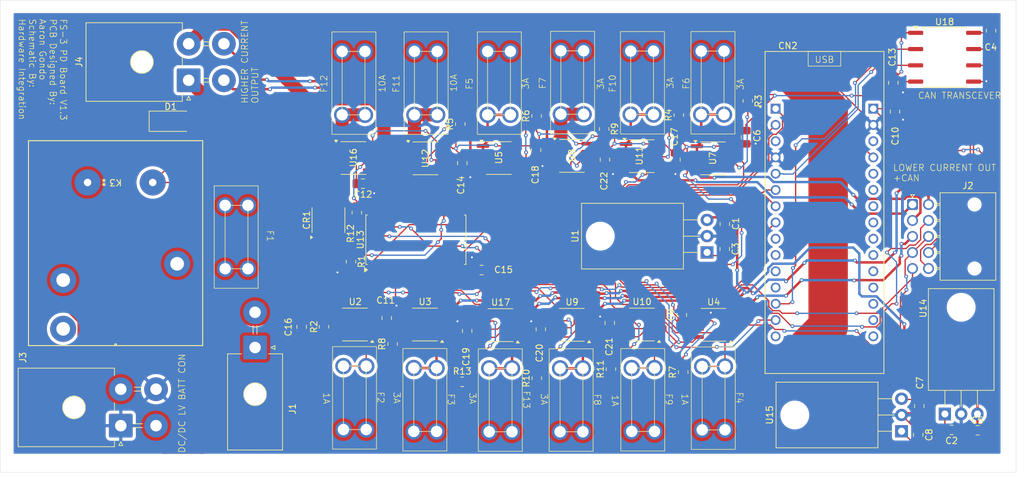
<source format=kicad_pcb>
(kicad_pcb (version 20240108) (generator "pcbnew") (generator_version "8.0")
  (layers (0 "F.Cu" signal) (31 "B.Cu" signal) (34 "B.Paste" user) (35 "F.Paste" user) (36 "B.SilkS" user "B.Silkscreen") (37 "F.SilkS" user "F.Silkscreen") (38 "B.Mask" user) (39 "F.Mask" user) (44 "Edge.Cuts" user))
  (net 0 "")
  (net 1 "GND")
  (net 2 "pd_board_out")
  (net 3 "+9V")
  (net 4 "+3.3V")
  (net 5 "brake_pressure_sensor_out")
  (net 10 "Net-(CN2A-PA12)")
  (net 11 "Net-(CN2A-PB0)")
  (net 16 "Net-(CN2A-PA10)")
  (net 20 "Net-(CN2A-PB7)")
  (net 21 "+5V")
  (net 22 "Net-(CN2A-PB6)")
  (net 25 "Net-(CN2A-PA9)")
  (net 31 "Net-(CN2A-PA11)")
  (net 32 "Net-(D1-K)")
  (net 33 "+12V")
  (net 34 "Net-(F5-Pad2)")
  (net 35 "Net-(F6-Pad2)")
  (net 36 "Net-(F7-Pad2)")
  (net 37 "Net-(F8-Pad2)")
  (net 38 "Net-(F9-Pad2)")
  (net 39 "Net-(F10-Pad2)")
  (net 40 "Net-(F11-Pad2)")
  (net 41 "Net-(F12-Pad2)")
  (net 42 "etc_out")
  (net 43 "extra1_out")
  (net 44 "bspd_out")
  (net 45 "accumulator_out")
  (net 46 "dash_out")
  (net 47 "tractive_out")
  (net 48 "extra2_out")
  (net 49 "shutdown_out")
  (net 50 "shutdown_viout")
  (net 51 "telemetry_out")
  (net 52 "telemetry_viout")
  (net 53 "ready_to_move_out")
  (net 54 "ready_to_move_viout")
  (net 55 "accumulator_viout")
  (net 56 "etc_viout")
  (net 57 "dash_viout")
  (net 58 "bspd_viout")
  (net 59 "brake_pressure_sensor_viout")
  (net 60 "extra1_viout")
  (net 61 "extra2_viout")
  (net 62 "tractive_viout")
  (net 64 "pd_board_viout")
  (net 65 "CAN H")
  (net 66 "CAN L")
  (net 67 "Net-(F4-Pad2)")
  (net 68 "Net-(F2-Pad2)")
  (net 69 "Net-(F3-Pad2)")
  (net 70 "Net-(F13-Pad2)")
  (net 73 "brake_pressure_sensor_9v")
  (net 76 "dcdc_ctrl")
  (net 77 "Net-(J1-Pin_2)")
  (net 78 "Net-(J3-Pin_2)")
  (net 79 "Net-(D1-A)")
  (net 80 "Net-(U13-~{E})")
  (net 81 "Net-(U2-FAULT)")
  (net 82 "Net-(U7-FAULT)")
  (net 83 "Net-(U11-FAULT)")
  (net 84 "Net-(U12-FAULT)")
  (net 85 "Net-(U5-FAULT)")
  (net 86 "Net-(U3-FAULT)")
  (net 87 "Net-(U8-FAULT)")
  (net 88 "Net-(U9-FAULT)")
  (net 89 "Net-(U10-FAULT)")
  (net 90 "Net-(U16-FAULT)")
  (net 91 "Net-(U17-FAULT)")
  (net 92 "Net-(U4-FAULT)")
  (footprint "Package_TO_SOT_THT:TO-220-3_Horizontal_TabDown" (layer "F.Cu") (at 178.68 68.99 90)
    (property "Reference" "U1")
    (property "Value" "LD1117V33C 3.3v linear reg")
  )
  (footprint "Package_SO:SOIC-8_3.9x4.9mm_P1.27mm" (layer "F.Cu") (at 119.61 63.94 90)
    (property "Reference" "CR1")
    (property "Value" "STS6NF20V")
  )
  (footprint "Package_SO:SOIC-8_3.9x4.9mm_P1.27mm" (layer "F.Cu") (at 123.5 54.25)
    (property "Reference" "U16")
    (property "Value" "ACS71240LLCBTR-025B3")
  )
  (footprint "project lib:CNM-03-BT mini blade fuse holder" (layer "F.Cu") (at 126.421 42.547 90)
    (property "Reference" "F11")
    (property "Value" "Fuse")
  )
  (footprint "Capacitor_SMD:C_0805_2012Metric_Pad1.18x1.45mm_HandSolder" (layer "F.Cu") (at 162.75 54.5 90)
    (property "Reference" "C22")
    (property "Value" "0.1uF")
  )
  (footprint "Connector_Molex:Molex_Mega-Fit_76825-0004_2x02_P5.70mm_Horizontal" (layer "F.Cu") (at 87.21 96.05 90)
    (property "Reference" "J3")
    (property "Value" "0768250004")
  )
  (footprint "project lib:CNM-03-BT mini blade fuse holder" (layer "F.Cu") (at 171.171 42.501 90)
    (property "Reference" "F6")
    (property "Value" "Fuse")
  )
  (footprint "Capacitor_SMD:C_0805_2012Metric_Pad1.18x1.45mm_HandSolder" (layer "F.Cu") (at 211.64 97.48 -90)
    (property "Reference" "C8")
    (property "Value" "0.1uF")
  )
  (footprint "Package_SO:SOIC-24W_7.5x15.4mm_P1.27mm" (layer "F.Cu") (at 133.25 67 90)
    (property "Reference" "U13")
    (property "Value" "CD74HC4067M")
  )
  (footprint "Capacitor_SMD:C_0805_2012Metric_Pad1.18x1.45mm_HandSolder" (layer "F.Cu") (at 207.75 42.5 90)
    (property "Reference" "C13")
    (property "Value" "0.1uF")
  )
  (footprint "Capacitor_SMD:C_0805_2012Metric_Pad1.18x1.45mm_HandSolder" (layer "F.Cu") (at 211.8 92.99 90)
    (property "Reference" "C7")
    (property "Value" "0.33uF")
  )
  (footprint "Capacitor_SMD:C_0805_2012Metric_Pad1.18x1.45mm_HandSolder" (layer "F.Cu") (at 143.5 71.75)
    (property "Reference" "C15")
    (property "Value" "0.1uF")
  )
  (footprint "footprints:AZ2150_AMZ" (layer "F.Cu") (at 82.0312 58.0658 180)
    (property "Reference" "K3")
    (property "Value" "AZ2150-1A-12DEF")
  )
  (footprint "project lib:CNM-03-BT mini blade fuse holder" (layer "F.Cu") (at 132.104 91.703 -90)
    (property "Reference" "F2")
    (property "Value" "Fuse")
  )
  (footprint "Package_SO:SOIC-8_3.9x4.9mm_P1.27mm" (layer "F.Cu") (at 134.75 54.296)
    (property "Reference" "U12")
    (property "Value" "ACS71240LLCBTR-025B3")
  )
  (footprint "Capacitor_SMD:C_0805_2012Metric_Pad1.18x1.45mm_HandSolder" (layer "F.Cu") (at 184.75 51 -90)
    (property "Reference" "C6")
    (property "Value" "0.1uF")
  )
  (footprint "Resistor_SMD:R_0805_2012Metric_Pad1.20x1.40mm_HandSolder" (layer "F.Cu") (at 174.96 87.69 90)
    (property "Reference" "R7")
    (property "Value" "10k")
  )
  (footprint "Resistor_SMD:R_0805_2012Metric_Pad1.20x1.40mm_HandSolder" (layer "F.Cu") (at 140.18 48.95 90)
    (property "Reference" "R5")
    (property "Value" "10k")
  )
  (footprint "project lib:CNM-03-BT mini blade fuse holder" (layer "F.Cu") (at 137.844 42.547 90)
    (property "Reference" "F5")
    (property "Value" "Fuse")
  )
  (footprint "Package_SO:SOIC-8_3.9x4.9mm_P1.27mm" (layer "F.Cu") (at 179.679 80.296 180)
    (property "Reference" "U4")
    (property "Value" "ACS71240LLCBTR-025B3")
  )
  (footprint "Resistor_SMD:R_0805_2012Metric_Pad1.20x1.40mm_HandSolder" (layer "F.Cu") (at 174.28 47.53 90)
    (property "Reference" "R4")
    (property "Value" "10k")
  )
  (footprint "project lib:CNM-03-BT mini blade fuse holder" (layer "F.Cu") (at 154.85 92.047 -90)
    (property "Reference" "F13")
    (property "Value" "Fuse")
  )
  (footprint "Package_SO:SOIC-8_3.9x4.9mm_P1.27mm" (layer "F.Cu") (at 123.75 80.25 180)
    (property "Reference" "U2")
    (property "Value" "ACS71240LLCBTR-025B3")
  )
  (footprint "Resistor_SMD:R_0805_2012Metric_Pad1.20x1.40mm_HandSolder" (layer "F.Cu") (at 152.12 88.63 90)
    (property "Reference" "R10")
    (property "Value" "10k")
  )
  (footprint "Capacitor_SMD:C_0805_2012Metric_Pad1.18x1.45mm_HandSolder" (layer "F.Cu") (at 152 53 90)
    (property "Reference" "C18")
    (property "Value" "0.1uF")
  )
  (footprint "Capacitor_SMD:C_0805_2012Metric_Pad1.18x1.45mm_HandSolder" (layer "F.Cu") (at 174.75 78.75 90)
    (property "Reference" "C9")
    (property "Value" "0.1uF")
  )
  (footprint "Capacitor_SMD:C_0805_2012Metric_Pad1.18x1.45mm_HandSolder" (layer "F.Cu") (at 216.84 96.72 180)
    (property "Reference" "C2")
    (property "Value" "0.1uF")
  )
  (footprint "Connector_Molex:Molex_Nano-Fit_105314-xx10_2x05_P2.50mm_Horizontal" (layer "F.Cu") (at 210.735 61.5)
    (property "Reference" "J2")
    (property "Value" "Conn_01x10_Pin")
  )
  (footprint "project lib:CNM-03-BT mini blade fuse holder" (layer "F.Cu") (at 149.271 42.454 90)
    (property "Reference" "F7")
    (property "Value" "Fuse")
  )
  (footprint "Package_SO:SOIC-8_3.9x4.9mm_P1.27mm" (layer "F.Cu") (at 179.577 54.298)
    (property "Reference" "U7")
    (property "Value" "ACS71240LLCBTR-025B3")
  )
  (footprint "Resistor_SMD:R_0805_2012Metric_Pad1.20x1.40mm_HandSolder" (layer "F.Cu") (at 185.04 45.33 -90)
    (property "Reference" "R3")
    (property "Value" "10k")
  )
  (footprint "Connector_Molex:Molex_Mega-Fit_76825-0004_2x02_P5.70mm_Horizontal" (layer "F.Cu") (at 97.8 42.1 90)
    (property "Reference" "J4")
    (property "Value" "Conn_01x04_Pin")
  )
  (footprint "Capacitor_SMD:C_0805_2012Metric_Pad1.18x1.45mm_HandSolder" (layer "F.Cu") (at 208 47 90)
    (property "Reference" "C10")
    (property "Value" "0.1uF")
  )
  (footprint "Resistor_SMD:R_0805_2012Metric_Pad1.20x1.40mm_HandSolder" (layer "F.Cu") (at 124.04 62.78 90)
    (property "Reference" "R12")
    (property "Value" "10k")
  )
  (footprint "project lib:CNM-03-BT mini blade fuse holder" (layer "F.Cu") (at 115.15 42.547 90)
    (property "Reference" "F12")
    (property "Value" "Fuse")
  )
  (footprint "Package_SO:SOIC-8_3.9x4.9mm_P1.27mm" (layer "F.Cu") (at 168.5 53.954)
    (property "Reference" "U11")
    (property "Value" "ACS71240LLCBTR-025B3")
  )
  (footprint "Capacitor_SMD:C_0805_2012Metric_Pad1.18x1.45mm_HandSolder" (layer "F.Cu") (at 141.25 81.25 -90)
    (property "Reference" "C19")
    (property "Value" "0.1uF")
  )
  (footprint "Package_SO:SOP-8_6.62x9.15mm_P2.54mm" (layer "F.Cu") (at 215.75 38.5)
    (property "Reference" "U18")
    (property "Value" "ISO1050DUB")
  )
  (footprint "Resistor_SMD:R_0805_2012Metric_Pad1.20x1.40mm_HandSolder" (layer "F.Cu") (at 140.49 89.2)
    (property "Reference" "R13")
    (property "Value" "10k")
  )
  (footprint "Capacitor_SMD:C_0805_2012Metric_Pad1.18x1.45mm_HandSolder" (layer "F.Cu") (at 181.45 64.55 90)
    (property "Reference" "C1")
    (property "Value" "0.33uF")
  )
  (footprint "project lib:CNM-03-BT mini blade fuse holder" (layer "F.Cu") (at 188.079 91.749 -90)
    (property "Reference" "F4")
    (property "Value" "Fuse")
  )
  (footprint "Capacitor_SMD:C_0805_2012Metric_Pad1.18x1.45mm_HandSolder" (layer "F.Cu") (at 163.5 80 -90)
    (property "Reference" "C21")
    (property "Value" "0.1uF")
  )
  (footprint "Package_TO_SOT_THT:TO-220-3_Horizontal_TabDown" (layer "F.Cu") (at 215.79 94.22)
    (property "Reference" "U14")
    (property "Value" "MC7809CTG 9v linear reg")
  )
  (footprint "Package_SO:SOIC-8_3.9x4.9mm_P1.27mm" (layer "F.Cu") (at 168.5 80.25 180)
    (property "Reference" "U10")
    (property "Value" "ACS71240LLCBTR-025B3")
  )
  (footprint "FS_3_Global_Footprint_Library:NUCLEO-L432KC" (layer "F.Cu") (at 197 62.75)
    (property "Reference" "CN2")
    (property "Value" "NUCLEO-L432KC")
  )
  (footprint "Capacitor_SMD:C_0805_2012Metric_Pad1.18x1.45mm_HandSolder" (layer "F.Cu") (at 140.5 55.0375 90)
    (property "Reference" "C14")
    (property "Value" "0.1uF")
  )
  (footprint "Resistor_SMD:R_0805_2012Metric_Pad1.20x1.40mm_HandSolder" (layer "F.Cu") (at 129.62 83.29 90)
    (property "Reference" "R8")
    (property "Value" "10k")
  )
  (footprint "Package_SO:SOIC-8_3.9x4.9mm_P1.27mm" (layer "F.Cu") (at 157.6 53.907)
    (property "Reference" "U8")
    (property "Value" "ACS71240LLCBTR-025B3")
  )
  (footprint "Package_SO:SOIC-8_3.9x4.9mm_P1.27mm" (layer "F.Cu") (at 146.444 80.344 180)
    (property "Reference" "U17")
    (property "Value" "ACS71240LLCBTR-025B3")
  )
  (footprint "Capacitor_SMD:C_0805_2012Metric_Pad1.18x1.45mm_HandSolder" (layer "F.Cu") (at 181.44 68.45 -90)
    (property "Reference" "C3")
    (property "Value" "10uF")
  )
  (footprint "Capacitor_SMD:C_0805_2012Metric_Pad1.18x1.45mm_HandSolder" (layer "F.Cu") (at 115.43 80.61 -90)
    (property "Reference" "C16")
    (property "Value" "0.1uF")
  )
  (footprint "Capacitor_SMD:C_0805_2012Metric_Pad1.18x1.45mm_HandSolder" (layer "F.Cu") (at 220.89 96.77)
    (property "Reference" "C5")
    (property "Value" "0.1uF")
  )
  (footprint "project lib:CNM-03-BT mini blade fuse holder" (layer "F.Cu") (at 143.079 91.999 -90)
    (property "Reference" "F3")
    (property "Value" "Fuse")
  )
  (footprint "Diode_SMD:D_2010_5025Metric_Pad1.52x2.65mm_HandSolder" (layer "F.Cu") (at 95 48.5)
    (property "Reference" "D1")
    (property "Value" "ACGRAT105L-HF")
  )
  (footprint "Resistor_SMD:R_0805_2012Metric_Pad1.20x1.40mm_HandSolder" (layer "F.Cu") (at 163.69 87.21 90)
    (property "Reference" "R11")
    (property "Value" "10k")
  )
  (footprint "Resistor_SMD:R_0805_2012Metric_Pad1.20x1.40mm_HandSolder" (layer "F.Cu") (at 118.92 80.6 90)
    (property "Reference" "R2")
    (property "Value" "10k")
  )
  (footprint "project lib:CNM-03-BT mini blade fuse holder" (layer "F.Cu") (at 113.649 66.589 -90)
    (property "Reference" "F1")
    (property "Value" "Fuse")
  )
  (footprint "Package_SO:SOIC-8_3.9x4.9mm_P1.27mm" (layer "F.Cu") (at 157.577 80.298 180)
    (property "Reference" "U9")
    (property "Value" "ACS71240LLCBTR-025B3")
  )
  (footprint "project lib:CNM-03-BT mini blade fuse holder" (layer "F.Cu") (at 165.906 92.047 -90)
    (property "Reference" "F8")
    (property "Value" "Fuse")
  )
  (footprint "project lib:CNM-03-BT mini blade fuse holder" (layer "F.Cu") (at 160.171 42.501 90)
    (property "Reference" "F10")
    (property "Value" "Fuse")
  )
  (footprint "Resistor_SMD:R_0805_2012Metric_Pad1.20x1.40mm_HandSolder" (layer "F.Cu") (at 152.08 47.67 90)
    (property "Reference" "R6")
    (property "Value" "10k")
  )
  (footprint "Resistor_SMD:R_0805_2012Metric_Pad1.20x1.40mm_HandSolder" (layer "F.Cu") (at 123.13 70.42 -90)
    (property "Reference" "R1")
    (property "Value" "10k")
  )
  (footprint "Capacitor_SMD:C_0805_2012Metric_Pad1.18x1.45mm_HandSolder" (layer "F.Cu") (at 222.99 34.36 90)
    (property "Reference" "C4")
    (property "Value" "0.1uF")
  )
  (footprint "Connector_Molex:Molex_Mega-Fit_76825-0002_2x01_P5.70mm_Horizontal" (layer "F.Cu") (at 108.16 83.84 180)
    (property "Reference" "J1")
    (property "Value" "768250002")
  )
  (footprint "Resistor_SMD:R_0805_2012Metric_Pad1.20x1.40mm_HandSolder" (layer "F.Cu") (at 162.63 49.71 -90)
    (property "Reference" "R9")
    (property "Value" "10k")
  )
  (footprint "Capacitor_SMD:C_0805_2012Metric_Pad1.18x1.45mm_HandSolder" (layer "F.Cu") (at 125 58.25 180)
    (property "Reference" "C12")
    (property "Value" "0.1uF")
  )
  (footprint "Package_SO:SOIC-8_3.9x4.9mm_P1.27mm" (layer "F.Cu") (at 134.652 80.25 180)
    (property "Reference" "U3")
    (property "Value" "ACS71240LLCBTR-025B3")
  )
  (footprint "project lib:CNM-03-BT mini blade fuse holder" (layer "F.Cu") (at 177.079 91.999 -90)
    (property "Reference" "F9")
    (property "Value" "Fuse")
  )
  (footprint "Capacitor_SMD:C_0805_2012Metric_Pad1.18x1.45mm_HandSolder" (layer "F.Cu") (at 128.71 79.24 -90)
    (property "Reference" "C11")
    (property "Value" "0.1uF")
  )
  (footprint "Capacitor_SMD:C_0805_2012Metric_Pad1.18x1.45mm_HandSolder" (layer "F.Cu") (at 173.75 54.5 90)
    (property "Reference" "C17")
    (property "Value" "0.1uF")
  )
  (footprint "Capacitor_SMD:C_0805_2012Metric_Pad1.18x1.45mm_HandSolder" (layer "F.Cu") (at 152.75 81 -90)
    (property "Reference" "C20")
    (property "Value" "0.1uF")
  )
  (footprint "Package_SO:SOIC-8_3.9x4.9mm_P1.27mm" (layer "F.Cu") (at 146.194 54.25)
    (property "Reference" "U5")
    (property "Value" "ACS71240LLCBTR-025B3")
  )
  (footprint "Package_TO_SOT_THT:TO-220-3_Horizontal_TabDown" (layer "F.Cu") (at 209.03 96.92 90)
    (property "Reference" "U15")
    (property "Value" "MC7809CTG 9v linear reg")
  )
  (gr_rect (start 68.39 29.59) (end 226.89 103.33) (stroke (width 0.05)) (fill none) (layer "Edge.Cuts"))
  (gr_text "1A" (at 174.63 90.96 -90) (layer "F.SilkS") (effects (font (size 1 1) (thickness 0.1)) (justify left bottom)))
  (gr_text "10A" (at 139.73 43.97 90) (layer "F.SilkS") (effects (font (size 1 1) (thickness 0.1)) (justify left bottom)))
  (gr_text "1A" (at 163.76 91.17 -90) (layer "F.SilkS") (effects (font (size 1 1) (thickness 0.1)) (justify left bottom)))
  (gr_text "3A" (at 184.46 43.71 90) (layer "F.SilkS") (effects (font (size 1 1) (thickness 0.1)) (justify left bottom)))
  (gr_text "10A" (at 128.59 44.07 90) (layer "F.SilkS") (effects (font (size 1 1) (thickness 0.1)) (justify left bottom)))
  (gr_text "3A" (at 129.69 90.73 270) (layer "F.SilkS") (effects (font (size 1 1) (thickness 0.1)) (justify left bottom)))
  (gr_text "3A" (at 141.52 90.81 270) (layer "F.SilkS") (effects (font (size 1 1) (thickness 0.1)) (justify left bottom)))
  (gr_text "3A" (at 152.68 90.96 270) (layer "F.SilkS") (effects (font (size 1 1) (thickness 0.1)) (justify left bottom)))
  (gr_text "CAN TRANSCEVER" (at 211.54 45.07 0) (layer "F.SilkS") (effects (font (size 1 1) (thickness 0.1)) (justify left bottom)))
  (gr_text "HIGHER CURRENT\nOUTPUT\n" (at 108.75 45.79 90) (layer "F.SilkS") (effects (font (size 1 1) (thickness 0.1)) (justify left bottom)))
  (gr_text "DC/DC LV BATT CON" (at 97.35 100.36 90) (layer "F.SilkS") (effects (font (size 1 1) (thickness 0.1)) (justify left bottom)))
  (gr_text "3A" (at 162.66 43.65 90) (layer "F.SilkS") (effects (font (size 1 1) (thickness 0.1)) (justify left bottom)))
  (gr_text "3A" (at 150.95 43.6 90) (layer "F.SilkS") (effects (font (size 1 1) (thickness 0.1)) (justify left bottom)))
  (gr_text "LOWER CURRENT OUT\n+CAN" (at 207.65 57.96 0) (layer "F.SilkS") (effects (font (size 1 1) (thickness 0.1)) (justify left bottom)))
  (gr_text "FS-3 PD Board V1.3\nPCB Designed By:\nAaron Gondo\nSchematic By:\nHardware Integration " (at 71.22 32.44 270) (layer "F.SilkS") (effects (font (size 1 1) (thickness 0.1)) (justify left bottom)))
  (gr_text "1A" (at 118.71 90.81 -90) (layer "F.SilkS") (effects (font (size 1 1) (thickness 0.1)) (justify left bottom)))
  (gr_text "3A" (at 173.53 43.5 90) (layer "F.SilkS") (effects (font (size 1 1) (thickness 0.1)) (justify left bottom)))
  (segment (start 180.4775 66.45) (end 181.44 67.4125) (width 0.2) (layer "F.Cu") (net 1))
  (segment (start 175.4285 78.391) (end 174.75 77.7125) (width 0.2) (layer "F.Cu") (net 1))
  (segment (start 120.245 66.415) (end 118.975 66.415) (width 0.2) (layer "F.Cu") (net 1))
  (segment (start 140.5 56.075) (end 140.575 56.075) (width 0.2) (layer "F.Cu") (net 1))
  (segment (start 173.75 55.5375) (end 173.75 56.75) (width 0.2) (layer "F.Cu") (net 1))
  (segment (start 121.71 71.42) (end 121.02 72.11) (width 0.2) (layer "F.Cu") (net 1))
  (segment (start 220.275 42.31) (end 222.19 42.31) (width 0.2) (layer "F.Cu") (net 1))
  (segment (start 129.3275 78.2025) (end 130.23 77.3) (width 0.2) (layer "F.Cu") (net 1))
  (segment (start 125.975 56.155) (end 125.975 58.1875) (width 0.2) (layer "F.Cu") (net 1))
  (segment (start 121.275 78.345) (end 121.275 72.365) (width 0.2) (layer "F.Cu") (net 1))
  (segment (start 211.0925 96.4425) (end 209.03 94.38) (width 0.2) (layer "F.Cu") (net 1))
  (segment (start 180.4775 66.45) (end 180.5875 66.45) (width 0.2) (layer "F.Cu") (net 1))
  (segment (start 165.4075 78.9625) (end 166.025 78.345) (width 0.2) (layer "F.Cu") (net 1))
  (segment (start 211.8 94.0275) (end 209.3825 94.0275) (width 0.2) (layer "F.Cu") (net 1))
  (segment (start 117.705 66.415) (end 118.975 66.415) (width 0.2) (layer "F.Cu") (net 1))
  (segment (start 141.25 80.2125) (end 140.2125 80.2125) (width 0.2) (layer "F.Cu") (net 1))
  (segment (start 123.13 71.42) (end 121.71 71.42) (width 0.2) (layer "F.Cu") (net 1))
  (segment (start 211.225 42.31) (end 208.9775 42.31) (width 0.2) (layer "F.Cu") (net 1))
  (segment (start 178.68 66.45) (end 180.4775 66.45) (width 0.2) (layer "F.Cu") (net 1))
  (segment (start 115.43 79.5725) (end 116.6575 78.345) (width 0.2) (layer "F.Cu") (net 1))
  (segment (start 152.75 79.9625) (end 151.4625 79.9625) (width 0.2) (layer "F.Cu") (net 1))
  (segment (start 186.2125 52.0375) (end 186.25 52) (width 0.2) (layer "F.Cu") (net 1))
  (segment (start 142.4625 71.75) (end 140.335 71.75) (width 0.2) (layer "F.Cu") (net 1))
  (segment (start 126.0375 59.0375) (end 126.75 59.75) (width 0.2) (layer "F.Cu") (net 1))
  (segment (start 120.245 71.335) (end 121.02 72.11) (width 0.2) (layer "F.Cu") (net 1))
  (segment (start 177.204 78.391) (end 175.4285 78.391) (width 0.2) (layer "F.Cu") (net 1))
  (segment (start 160.3495 55.5375) (end 160.075 55.812) (width 0.2) (layer "F.Cu") (net 1))
  (segment (start 140.575 56.075) (end 141.75 57.25) (width 0.2) (layer "F.Cu") (net 1))
  (segment (start 126.0375 58.25) (end 126.0375 59.0375) (width 0.2) (layer "F.Cu") (net 1))
  (segment (start 151.4625 79.9625) (end 151.25 79.75) (width 0.2) (layer "F.Cu") (net 1))
  (segment (start 138.257843 53.032843) (end 139.475 54.25) (width 0.2) (layer "F.Cu") (net 1))
  (segment (start 211.64 96.4425) (end 211.0925 96.4425) (width 0.2) (layer "F.Cu") (net 1))
  (segment (start 208 48.0375) (end 209.0375 48.0375) (width 0.2) (layer "F.Cu") (net 1))
  (segment (start 178.5825 77.7125) (end 179.27 78.4) (width 0.2) (layer "F.Cu") (net 1))
  (segment (start 173.75 55.5375) (end 171.2965 55.5375) (width 0.2) (layer "F.Cu") (net 1))
  (segment (start 152 54.0375) (end 152 54.5) (width 0.2) (layer "F.Cu") (net 1))
  (segment (start 218.33 95.830484) (end 217.8775 96.282984) (width 0.2) (layer "F.Cu") (net 1))
  (segment (start 180.5875 66.45) (end 181.45 65.5875) (width 0.2) (layer "F.Cu") (net 1))
  (segment (start 139.475 54.25) (end 139.475 55.05) (width 0.2) (layer "F.Cu") (net 1))
  (segment (start 171.2965 55.5375) (end 170.975 55.859) (width 0.2) (layer "F.Cu") (net 1))
  (segment (start 140.2125 80.2125) (end 139.75 79.75) (width 0.2) (layer "F.Cu") (net 1))
  (segment (start 135.07 54.200448) (end 136.237605 53.032843) (width 0.2) (layer "F.Cu") (net 1))
  (segment (start 209.0375 48.0375) (end 209.26 48.26) (width 0.2) (layer "F.Cu") (net 1))
  (segment (start 181.077001 56.203) (end 182.052 56.203) (width 0.2) (layer "F.Cu") (net 1))
  (segment (start 163.5 78.9625) (end 165.4075 78.9625) (width 0.2) (layer "F.Cu") (net 1))
  (segment (start 137.225 56.201) (end 135.461 56.201) (width 0.2) (layer "F.Cu") (net 1))
  (segment (start 152.75 79.9625) (end 154.3195 78.393) (width 0.2) (layer "F.Cu") (net 1))
  (segment (start 218.33 94.22) (end 218.33 95.830484) (width 0.2) (layer "F.Cu") (net 1))
  (segment (start 209.3825 94.0275) (end 209.03 94.38) (width 0.2) (layer "F.Cu") (net 1))
  (segment (start 116.6575 78.345) (end 121.275 78.345) (width 0.2) (layer "F.Cu") (net 1))
  (segment (start 174.75 77.7125) (end 178.5825 77.7125) (width 0.2) (layer "F.Cu") (net 1))
  (segment (start 130.975 78.2025) (end 128.71 78.2025) (width 0.2) (layer "F.Cu") (net 1))
  (segment (start 162.75 55.5375) (end 160.3495 55.5375) (width 0.2) (layer "F.Cu") (net 1))
  (segment (start 162.7875 55.5375) (end 164 56.75) (width 0.2) (layer "F.Cu") (net 1))
  (segment (start 142.4625 70.2125) (end 142 69.75) (width 0.2) (layer "F.Cu") (net 1))
  (segment (start 135.461 56.201) (end 135.07 55.81) (width 0.2) (layer "F.Cu") (net 1))
  (segment (start 207.75 43.5375) (end 208.7875 43.5375) (width 0.2) (layer "F.Cu") (net 1))
  (segment (start 149.8825 56.155) (end 148.669 56.155) (width 0.2) (layer "F.Cu") (net 1))
  (segment (start 223 36.75) (end 223.25 37) (width 0.2) (layer "F.Cu") (net 1))
  (segment (start 218.7825 96.282984) (end 219.8525 96.282984) (width 0.2) (layer "F.Cu") (net 1))
  (segment (start 141.25 80.2125) (end 143.0235 78.439) (width 0.2) (layer "F.Cu") (net 1))
  (segment (start 180.75 53.349448) (end 180.75 55.875999) (width 0.2) (layer "F.Cu") (net 1))
  (segment (start 140.335 71.75) (end 140.235 71.65) (width 0.2) (layer "F.Cu") (net 1))
  (segment (start 183.7245 53.063) (end 181.036448 53.063) (width 0.2) (layer "F.Cu") (net 1))
  (segment (start 223 35.5) (end 223 36.75) (width 0.2) (layer "F.Cu") (net 1))
  (segment (start 121.275 72.365) (end 121.02 72.11) (width 0.2) (layer "F.Cu") (net 1))
  (segment (start 184.75 52.0375) (end 183.7245 53.063) (width 0.2) (layer "F.Cu") (net 1))
  (segment (start 120.245 66.415) (end 120.245 71.335) (width 0.2) (layer "F.Cu") (net 1))
  (segment (start 180.75 55.875999) (end 181.077001 56.203) (width 0.2) (layer "F.Cu") (net 1))
  (segment (start 218.33 95.830484) (end 218.7825 96.282984) (width 0.2) (layer "F.Cu") (net 1))
  (segment (start 184.75 52.0375) (end 186.2125 52.0375) (width 0.2) (layer "F.Cu") (net 1))
  (segment (start 152 54.0375) (end 149.8825 56.155) (width 0.2) (layer "F.Cu") (net 1))
  (segment (start 131.1175 78.345) (end 132.177 78.345) (width 0.2) (layer "F.Cu") (net 1))
  (segment (start 143.0235 78.439) (end 143.969 78.439) (width 0.2) (layer "F.Cu") (net 1))
  (segment (start 181.036448 53.063) (end 180.75 53.349448) (width 0.2) (layer "F.Cu") (net 1))
  (segment (start 131.1175 78.345) (end 130.975 78.2025) (width 0.2) (layer "F.Cu") (net 1))
  (segment (start 208.9775 42.31) (end 207.75 43.5375) (width 0.2) (layer "F.Cu") (net 1))
  (segment (start 142.4625 71.75) (end 142.4625 70.2125) (width 0.2) (layer "F.Cu") (net 1))
  (segment (start 154.3195 78.393) (end 155.102 78.393) (width 0.2) (layer "F.Cu") (net 1))
  (segment (start 139.475 55.05) (end 140.5 56.075) (width 0.2) (layer "F.Cu") (net 1))
  (segment (start 222.19 42.31) (end 222.25 42.25) (width 0.2) (layer "F.Cu") (net 1))
  (segment (start 135.07 55.81) (end 135.07 54.200448) (width 0.2) (layer "F.Cu") (net 1))
  (segment (start 125.975 58.1875) (end 126.0375 58.25) (width 0.2) (layer "F.Cu") (net 1))
  (segment (start 152 54.5) (end 153 55.5) (width 0.2) (layer "F.Cu") (net 1))
  (segment (start 162.0375 78.9625) (end 162 79) (width 0.2) (layer "F.Cu") (net 1))
  (segment (start 128.71 78.2025) (end 129.3275 78.2025) (width 0.2) (layer "F.Cu") (net 1))
  (segment (start 163.5 78.9625) (end 162.0375 78.9625) (width 0.2) (layer "F.Cu") (net 1))
  (segment (start 208.7875 43.5375) (end 209.25 44) (width 0.2) (layer "F.Cu") (net 1))
  (segment (start 136.237605 53.032843) (end 138.257843 53.032843) (width 0.2) (layer "F.Cu") (net 1))
  (segment (start 162.75 55.5375) (end 162.7875 55.5375) (width 0.2) (layer "F.Cu") (net 1))
  (via (at 141.75 57.25) (size 0.6) (drill 0.3) (layers "F.Cu" "B.Cu") (net 1))
  (via (at 139.75 79.75) (size 0.6) (drill 0.3) (layers "F.Cu" "B.Cu") (net 1))
  (via (at 130.23 77.3) (size 0.6) (drill 0.3) (layers "F.Cu" "B.Cu") (net 1))
  (via (at 179.27 78.4) (size 0.6) (drill 0.3) (layers "F.Cu" "B.Cu") (net 1))
  (via (at 162 79) (size 0.6) (drill 0.3) (layers "F.Cu" "B.Cu") (net 1))
  (via (at 164 56.75) (size 0.6) (drill 0.3) (layers "F.Cu" "B.Cu") (net 1))
  (via (at 209.26 48.26) (size 0.6) (drill 0.3) (layers "F.Cu" "B.Cu") (net 1))
  (via (at 121.02 72.11) (size 0.6) (drill 0.3) (layers "F.Cu" "B.Cu") (net 1))
  (via (at 186.25 52) (size 0.6) (drill 0.3) (layers "F.Cu" "B.Cu") (net 1))
  (via (at 222.25 42.25) (size 0.6) (drill 0.3) (layers "F.Cu" "B.Cu") (net 1))
  (via (at 173.75 56.75) (size 0.6) (drill 0.3) (layers "F.Cu" "B.Cu") (net 1))
  (via (at 126.75 59.75) (size 0.6) (drill 0.3) (layers "F.Cu" "B.Cu") (net 1))
  (via (at 151.25 79.75) (size 0.6) (drill 0.3) (layers "F.Cu" "B.Cu") (net 1))
  (via (at 153 55.5) (size 0.6) (drill 0.3) (layers "F.Cu" "B.Cu") (net 1))
  (via (at 223.25 37) (size 0.6) (drill 0.3) (layers "F.Cu" "B.Cu") (net 1))
  (via (at 142 69.75) (size 0.6) (drill 0.3) (layers "F.Cu" "B.Cu") (net 1))
  (via (at 209.25 44) (size 0.6) (drill 0.3) (layers "F.Cu" "B.Cu") (net 1))
  (segment (start 165.973532 75.758949) (end 165.502983 75.758949) (width 0.381) (layer "F.Cu") (net 2))
  (segment (start 209.465 80.205) (end 209.465 81.315) (width 0.381) (layer "F.Cu") (net 2))
  (segment (start 183.813102 75.936898) (end 166.151481 75.936898) (width 0.381) (layer "F.Cu") (net 2))
  (segment (start 220.87 92.72) (end 220.87 94.22) (width 0.381) (layer "F.Cu") (net 2))
  (segment (start 155 76) (end 155.131 76.131) (width 0.381) (layer "F.Cu") (net 2))
  (segment (start 184.5 75.25) (end 183.813102 75.936898) (width 0.381) (layer "F.Cu") (net 2))
  (segment (start 220.87 94.22) (end 220.87 95.7125) (width 0.381) (layer "F.Cu") (net 2))
  (segment (start 209.465 81.315) (end 220.87 92.72) (width 0.381) (layer "F.Cu") (net 2))
  (segment (start 220.87 95.7125) (end 221.349984 96.192484) (width 0.381) (layer "F.Cu") (net 2))
  (segment (start 151.061 78.439) (end 152.5 77) (width 0.381) (layer "F.Cu") (net 2))
  (segment (start 183.38 65.4425) (end 181.45 63.5125) (width 0.381) (layer "F.Cu") (net 2))
  (segment (start 181.45 63.5125) (end 179.0775 63.5125) (width 0.381) (layer "F.Cu") (net 2))
  (segment (start 155.131 76.131) (end 162.711243 76.131) (width 0.381) (layer "F.Cu") (net 2))
  (segment (start 166.151481 75.936898) (end 165.973532 75.758949) (width 0.381) (layer "F.Cu") (net 2))
  (segment (start 179.0775 63.5125) (end 178.68 63.91) (width 0.381) (layer "F.Cu") (net 2))
  (segment (start 183.38 71.76) (end 183.38 65.4425) (width 0.381) (layer "F.Cu") (net 2))
  (segment (start 221.349984 96.192484) (end 221.9275 96.192484) (width 0.381) (layer "F.Cu") (net 2))
  (segment (start 148.919 79.709) (end 148.919 78.439) (width 0.381) (layer "F.Cu") (net 2))
  (segment (start 148.919 78.439) (end 151.061 78.439) (width 0.381) (layer "F.Cu") (net 2))
  (via (at 152.5 77) (size 0.6) (drill 0.3) (layers "F.Cu" "B.Cu") (net 2))
  (via (at 183.38 71.76) (size 0.6) (drill 0.3) (layers "F.Cu" "B.Cu") (net 2))
  (via (at 209.465 80.205) (size 0.6) (drill 0.3) (layers "F.Cu" "B.Cu") (net 2))
  (via (at 184.5 75.25) (size 0.6) (drill 0.3) (layers "F.Cu" "B.Cu") (net 2))
  (via (at 155 76) (size 0.6) (drill 0.3) (layers "F.Cu" "B.Cu") (net 2))
  (via (at 165.502983 75.758949) (size 0.6) (drill 0.3) (layers "F.Cu" "B.Cu") (net 2))
  (via (at 162.711243 76.131) (size 0.6) (drill 0.3) (layers "F.Cu" "B.Cu") (net 2))
  (segment (start 202.4405 75.4505) (end 202.4405 69.1905) (width 0.381) (layer "B.Cu") (net 2))
  (segment (start 165.130932 76.131) (end 165.502983 75.758949) (width 0.381) (layer "B.Cu") (net 2))
  (segment (start 188.930877 70.749999) (end 188.2245 71.456376) (width 0.381) (layer "B.Cu") (net 2))
  (segment (start 188.2245 72.0255) (end 185 75.25) (width 0.381) (layer "B.Cu") (net 2))
  (segment (start 162.711243 76.131) (end 165.130932 76.131) (width 0.381) (layer "B.Cu") (net 2))
  (segment (start 192.250001 70.749999) (end 188.930877 70.749999) (width 0.381) (layer "B.Cu") (net 2))
  (segment (start 209.465 80.205) (end 205.1195 75.8595) (width 0.381) (layer "B.Cu") (net 2))
  (segment (start 188.2245 71.456376) (end 188.2245 72.0255) (width 0.381) (layer "B.Cu") (net 2))
  (segment (start 183.38 73.88) (end 184.5 75) (width 0.381) (layer "B.Cu") (net 2))
  (segment (start 201.4895 68.2395) (end 194.7605 68.2395) (width 0.381) (layer "B.Cu") (net 2))
  (segment (start 154 77) (end 155 76) (width 0.381) (layer "B.Cu") (net 2))
  (segment (start 205.1195 75.8595) (end 202.8495 75.8595) (width 0.381) (layer "B.Cu") (net 2))
  (segment (start 152.5 77) (end 154 77) (width 0.381) (layer "B.Cu") (net 2))
  (segment (start 184.5 75) (end 184.5 75.25) (width 0.381) (layer "B.Cu") (net 2))
  (segment (start 202.8495 75.8595) (end 202.4405 75.4505) (width 0.381) (layer "B.Cu") (net 2))
  (segment (start 202.4405 69.1905) (end 201.4895 68.2395) (width 0.381) (layer "B.Cu") (net 2))
  (segment (start 183.38 71.76) (end 183.38 73.88) (width 0.381) (layer "B.Cu") (net 2))
  (segment (start 185 75.25) (end 184.5 75.25) (width 0.381) (layer "B.Cu") (net 2))
  (segment (start 194.7605 68.2395) (end 192.250001 70.749999) (width 0.381) (layer "B.Cu") (net 2))
  (segment (start 215.8025 96.72) (end 216.8775 97.795) (width 0.2) (layer "F.Cu") (net 3))
  (segment (start 223.92 96.475) (end 223.92 55.88) (width 0.2) (layer "F.Cu") (net 3))
  (segment (start 216.8775 97.795) (end 222.6 97.795) (width 0.2) (layer "F.Cu") (net 3))
  (segment (start 223.92 55.88) (end 220.96 52.92) (width 0.2) (layer "F.Cu") (net 3))
  (segment (start 211.155 53.07) (end 204.62 46.535) (width 0.2) (layer "F.Cu") (net 3))
  (segment (start 204.62 46.535) (end 207.4275 46.535) (width 0.2) (layer "F.Cu") (net 3))
  (segment (start 207.4275 46.535) (end 208 45.9625) (width 0.2) (layer "F.Cu") (net 3))
  (segment (start 222.6 97.795) (end 223.92 96.475) (width 0.2) (layer "F.Cu") (net 3))
  (segment (start 218.69 53.07) (end 211.155 53.07) (width 0.2) (layer "F.Cu") (net 3))
  (segment (start 215.79 94.22) (end 215.79 96.270484) (width 0.2) (layer "F.Cu") (net 3))
  (via (at 218.69 53.07) (size 0.6) (drill 0.3) (layers "F.Cu" "B.Cu") (net 3))
  (via (at 220.96 52.92) (size 0.6) (drill 0.3) (layers "F.Cu" "B.Cu") (net 3))
  (segment (start 218.84 52.92) (end 220.96 52.92) (width 0.2) (layer "B.Cu") (net 3))
  (segment (start 218.69 53.07) (end 218.84 52.92) (width 0.2) (layer "B.Cu") (net 3))
  (segment (start 152.08 50.08) (end 152.5 50.5) (width 0.2) (layer "F.Cu") (net 4))
  (segment (start 174 83) (end 172.25 81.25) (width 0.2) (layer "F.Cu") (net 4))
  (segment (start 143.9305 82.2875) (end 143.969 82.249) (width 0.2) (layer "F.Cu") (net 4))
  (segment (start 132.177 82.155) (end 133.151999 82.155) (width 0.2) (layer "F.Cu") (net 4))
  (segment (start 118.8725 81.6475) (end 118.92 81.6) (width 0.2) (layer "F.Cu") (net 4))
  (segment (start 173.4625 53.4625) (end 172.049 52.049) (width 0.2) (layer "F.Cu") (net 4))
  (segment (start 152 51.9625) (end 151.5375 51.9625) (width 0.2) (layer "F.Cu") (net 4))
  (segment (start 127.890001 65) (end 130.75 65) (width 0.2) (layer "F.Cu") (net 4))
  (segment (start 133.151999 82.155) (end 135.056999 80.25) (width 0.2) (layer "F.Cu") (net 4))
  (segment (start 209 36.25) (end 209 35.5) (width 0.2) (layer "F.Cu") (net 4))
  (segment (start 183.8225 49.9625) (end 182.052 51.733) (width 0.2) (layer "F.Cu") (net 4))
  (segment (start 152.5 50.5) (end 152.5 51.4625) (width 0.2) (layer "F.Cu") (net 4))
  (segment (start 184.75 49.9625) (end 183.8225 49.9625) (width 0.2) (layer "F.Cu") (net 4))
  (segment (start 162.75 53.4625) (end 162.7125 53.4625) (width 0.2) (layer "F.Cu") (net 4))
  (segment (start 155.102 82.203) (end 157.166448 82.203) (width 0.2) (layer "F.Cu") (net 4))
  (segment (start 184.75 49) (end 189.25 44.5) (width 0.2) (layer "F.Cu") (net 4))
  (segment (start 173.5 78.5375) (end 174.75 79.7875) (width 0.2) (layer "F.Cu") (net 4))
  (segment (start 182.41 60.66) (end 184.0705 62.3205) (width 0.2) (layer "F.Cu") (net 4))
  (segment (start 126.265 62.35) (end 126.265 60.5525) (width 0.2) (layer "F.Cu") (net 4))
  (segment (start 169.889448 80.285) (end 171.990552 80.285) (width 0.2) (layer "F.Cu") (net 4))
  (segment (start 158.252 52.002) (end 158.25 52) (width 0.2) (layer "F.Cu") (net 4))
  (segment (start 173.841471 83) (end 174.25 83) (width 0.2) (layer "F.Cu") (net 4))
  (segment (start 157.166448 82.203) (end 159.036448 80.333) (width 0.2) (layer "F.Cu") (net 4))
  (segment (start 174.96 88.69) (end 172.92 86.65) (width 0.2) (layer "F.Cu") (net 4))
  (segment (start 165.014215 72.7) (end 145.4875 72.7) (width 0.2) (layer "F.Cu") (net 4))
  (segment (start 170.625734 74.065398) (end 166.926682 74.065398) (width 0.2) (layer "F.Cu") (net 4))
  (segment (start 159.036448 80.333) (end 161.067552 80.333) (width 0.2) (layer "F.Cu") (net 4))
  (segment (start 174.28 48.53) (end 174.28 51.28) (width 0.2) (layer "F.Cu") (net 4))
  (segment (start 150.83 88.34) (end 150.83 83.9575) (width 0.2) (layer "F.Cu") (net 4))
  (segment (start 180.27 69.49) (end 180.2725 69.4875) (width 0.2) (layer "F.Cu") (net 4))
  (segment (start 162.63 48.71) (end 164.25 50.33) (width 0.2) (layer "F.Cu") (net 4))
  (segment (start 174.28 51.28) (end 175.5 52.5) (width 0.2) (layer "F.Cu") (net 4))
  (segment (start 185.04 44.33) (end 189.08 44.33) (width 0.2) (layer "F.Cu") (net 4))
  (segment (start 135.056999 80.25) (end 138.107552 80.25) (width 0.2) (layer "F.Cu") (net 4))
  (segment (start 124.04 63.78) (end 124.835 63.78) (width 0.2) (layer "F.Cu") (net 4))
  (segment (start 152.75 82.0375) (end 153.4625 82.0375) (width 0.2) (layer "F.Cu") (net 4))
  (segment (start 115.43 81.6475) (end 118.8725 81.6475) (width 0.2) (layer "F.Cu") (net 4))
  (segment (start 163.5 81.0375) (end 164.6175 82.155) (width 0.2) (layer "F.Cu") (net 4))
  (segment (start 124.835 63.78) (end 126.265 62.35) (width 0.2) (layer "F.Cu") (net 4))
  (segment (start 161.772052 81.0375) (end 163.5 81.0375) (width 0.2) (layer "F.Cu") (net 4))
  (segment (start 175.23 56.96) (end 175.57 56.62) (width 0.2) (layer "F.Cu") (net 4))
  (segment (start 129.62 84.29) (end 128.39 83.06) (width 0.2) (layer "F.Cu") (net 4))
  (segment (start 175.5 52.5) (end 174.5375 53.4625) (width 0.2) (layer "F.Cu") (net 4))
  (segment (start 168.799 52.049) (end 168.75 52) (width 0.2) (layer "F.Cu") (net 4))
  (segment (start 172.92 86.65) (end 172.92 83.921471) (width 0.2) (layer "F.Cu") (net 4))
  (segment (start 166.025 82.155) (end 168.019448 82.155) (width 0.2) (layer "F.Cu") (net 4))
  (segment (start 172.049 52.049) (end 170.975 52.049) (width 0.2) (layer "F.Cu") (net 4))
  (segment (start 182.052 51.733) (end 182.052 52.393) (width 0.2) (layer "F.Cu") (net 4))
  (segment (start 152.75 82.0375) (end 151.663052 82.0375) (width 0.2) (layer "F.Cu") (net 4))
  (segment (start 174.0375 79.7875) (end 173.5 79.25) (width 0.2) (layer "F.Cu") (net 4))
  (segment (start 181.44 70.59) (end 181.44 69.4875) (width 0.2) (layer "F.Cu") (net 4))
  (segment (start 126.5 51.82) (end 125.975 52.345) (width 0.2) (layer "F.Cu") (net 4))
  (segment (start 127.12 80.25) (end 127.1475 80.2775) (width 0.2) (layer "F.Cu") (net 4))
  (segment (start 151.663052 82.0375) (end 149.934552 80.309) (width 0.2) (layer "F.Cu") (net 4))
  (segment (start 175.57 52.57) (end 175.5 52.5) (width 0.2) (layer "F.Cu") (net 4))
  (segment (start 209.81 34.69) (end 211.225 34.69) (width 0.2) (layer "F.Cu") (net 4))
  (segment (start 139.49 84.0475) (end 141.25 82.2875) (width 0.2) (layer "F.Cu") (net 4))
  (segment (start 145.4875 72.7) (end 144.5375 71.75) (width 0.2) (layer "F.Cu") (net 4))
  (segment (start 160.075 52.002) (end 158.252 52.002) (width 0.2) (layer "F.Cu") (net 4))
  (segment (start 179.18 69.49) (end 180.27 69.49) (width 0.2) (layer "F.Cu") (net 4))
  (segment (start 176.405 83) (end 177.204 82.201) (width 0.2) (layer "F.Cu") (net 4))
  (segment (start 184.75 49.9625) (end 184.75 49) (width 0.2) (layer "F.Cu") (net 4))
  (segment (start 164.6175 82.155) (end 166.025 82.155) (width 0.2) (layer "F.Cu") (net 4))
  (segment (start 161.252 52.002) (end 160.075 52.002) (width 0.2) (layer "F.Cu") (net 4))
  (segment (start 120.300001 82.155) (end 121.275 82.155) (width 0.2) (layer "F.Cu") (net 4))
  (segment (start 204.7125 44.5) (end 207.75 41.4625) (width 0.2) (layer "F.Cu") (net 4))
  (segment (start 166.461284 73.6) (end 165.914215 73.6) (width 0.2) (layer "F.Cu") (net 4))
  (segment (start 175.57 56.62) (end 175.57 52.57) (width 0.2) (layer "F.Cu") (net 4))
  (segment (start 139.49 89.2) (end 139.49 84.0475) (width 0.2) (layer "F.Cu") (net 4))
  (segment (start 151.155 52.345) (end 148.669 52.345) (width 0.2) (layer "F.Cu") (net 4))
  (segment (start 132.177 82.155) (end 130.042 84.29) (width 0.2) (layer "F.Cu") (net 4))
  (segment (start 138.641 52.391) (end 137.225 52.391) (width 0.2) (layer "F.Cu") (net 4))
  (segment (start 126.265 60.5525) (end 123.9625 58.25) (width 0.2) (layer "F.Cu") (net 4))
  (segment (start 179.857 52.393) (end 179.75 52.5) (width 0.2) (layer "F.Cu") (net 4))
  (segment (start 163.5 81.33) (end 162.34 82.49) (width 0.2) (layer "F.Cu") (net 4))
  (segment (start 139.25 52.75) (end 140.5 54) (width 0.2) (layer "F.Cu") (net 4))
  (segment (start 139.5 52.75) (end 139 52.75) (width 0.2) (layer "F.Cu") (net 4))
  (segment (start 124.154999 80.25) (end 122.249999 82.155) (width 0.2) (layer "F.Cu") (net 4))
  (segment (start 126.5 50.75) (end 126.5 51.82) (width 0.2) (layer "F.Cu") (net 4))
  (segment (start 153.628 82.203) (end 155.102 82.203) (width 0.2) (layer "F.Cu") (net 4))
  (segment (start 172.92 83.921471) (end 173.841471 83) (width 0.2) (layer "F.Cu") (net 4))
  (segment (start 123.9625 58.25) (end 123.9625 53.382501) (width 0.2) (layer "F.Cu") (net 4))
  (segment (start 127.1475 80.2775) (end 128.71 80.2775) (width 0.2) (layer "F.Cu") (net 4))
  (segment (start 145.671 82.249) (end 143.969 82.249) (width 0.2) (layer "F.Cu") (net 4))
  (segment (start 140.18 49.95) (end 140.18 50.93) (width 0.2) (layer "F.Cu") (net 4))
  (segment (start 162.34 86.86) (end 163.69 88.21) (width 0.2) (layer "F.Cu") (net 4))
  (segment (start 170.975 52.049) (end 168.799 52.049) (width 0.2) (layer "F.Cu") (net 4))
  (segment (start 126.265 62.35) (end 126.265 63.374999) (width 0.2) (layer "F.Cu") (net 4))
  (segment (start 209 35.5) (end 209.81 34.69) (width 0.2) (layer "F.Cu") (net 4))
  (segment (start 141.25 82.2875) (end 143.9305 82.2875) (width 0.2) (layer "F.Cu") (net 4))
  (segment (start 182.052 52.393) (end 179.857 52.393) (width 0.2) (layer "F.Cu") (net 4))
  (segment (start 138.107552 80.25) (end 140.145052 82.2875) (width 0.2) (layer "F.Cu") (net 4))
  (segment (start 139 52.75) (end 138.641 52.391) (width 0.2) (layer "F.Cu") (net 4))
  (segment (start 189.08 44.33) (end 189.25 44.5) (width 0.2) (layer "F.Cu") (net 4))
  (segment (start 127.12 80.25) (end 124.154999 80.25) (width 0.2) (layer "F.Cu") (net 4))
  (segment (start 139 52.75) (end 139.25 52.75) (width 0.2) (layer "F.Cu") (net 4))
  (segment (start 162.7875 53.4625) (end 162.75 53.4625) (width 0.2) (layer "F.Cu") (net 4))
  (segment (start 161.067552 80.333) (end 161.772052 81.0375) (width 0.2) (layer "F.Cu") (net 4))
  (segment (start 126.265 63.374999) (end 127.890001 65) (width 0.2) (layer "F.Cu") (net 4))
  (segment (start 115.43 81.6475) (end 119.792501 81.6475) (width 0.2) (layer "F.Cu") (net 4))
  (segment (start 147.611 80.309) (end 145.671 82.249) (width 0.2) (layer "F.Cu") (net 4))
  (segment (start 128.39 83.06) (end 128.39 80.5975) (width 0.2) (layer "F.Cu") (net 4))
  (segment (start 180.2725 69.4875) (end 181.44 69.4875) (width 0.2) (layer "F.Cu") (net 4))
  (segment (start 182.6895 70.86) (end 181.71 70.86) (width 0.2) (layer "F.Cu") (net 4))
  (segment (start 162.34 82.49) (end 162.34 86.86) (width 0.2) (layer "F.Cu") (net 4))
  (segment (start 128.39 80.5975) (end 128.71 80.2775) (width 0.2) (layer "F.Cu") (net 4))
  (segment (start 163.5 81.0375) (end 163.5 81.33) (width 0.2) (layer "F.Cu") (net 4))
  (segment (start 178.68 68.99) (end 179.18 69.49) (width 0.2) (layer "F.Cu") (net 4))
  (segment (start 132.5 65.25) (end 135.25 68) (width 0.2) (layer "F.Cu") (net 4))
  (segment (start 140.145052 82.2875) (end 141.25 82.2875) (width 0.2) (layer "F.Cu") (net 4))
  (segment (start 149.934552 80.309) (end 147.611 80.309) (width 0.2) (layer "F.Cu") (net 4))
  (segment (start 166.926682 74.065398) (end 166.461284 73.6) (width 0.2) (layer "F.Cu") (net 4))
  (segment (start 184.0705 62.3205) (end 184.0705 65.94) (width 0.2) (layer "F.Cu") (net 4))
  (segment (start 162.7125 53.4625) (end 161.252 52.002) (width 0.2) (layer "F.Cu") (net 4))
  (segment (start 173.349888 77.208397) (end 173.5 77.358509) (width 0.2) (layer "F.Cu") (net 4))
  (segment (start 140.18 50.93) (end 139.5 51.61) (width 0.2) (layer "F.Cu") (net 4))
  (segment (start 170.825734 73.865398) (end 170.625734 74.065398) (width 0.2) (layer "F.Cu") (net 4))
  (segment (start 207.75 41.4625) (end 208.2875 41.4625) (width 0.2) (layer "F.Cu") (net 4))
  (segment (start 134.834 50) (end 134.75 50) (width 0.2) (layer "F.Cu") (net 4))
  (segment (start 174.25 83) (end 174 83) (width 0.2) (layer "F.Cu") (net 4))
  (segment (start 150.83 83.9575) (end 152.75 82.0375) (width 0.2) (layer "F.Cu") (net 4))
  (segment (start 164.25 50.33) (end 164.25 52) (width 0.2) (layer "F.Cu") (net 4))
  (segment (start 152.08 48.67) (end 152.08 50.08) (width 0.2) (layer "F.Cu") (net 4))
  (segment (start 165.914215 73.6) (end 165.014215 72.7) (width 0.2) (layer "F.Cu") (net 4))
  (segment (start 172.25 81.25) (end 172.25 80.544448) (width 0.2) (layer "F.Cu") (net 4))
  (segment (start 173.75 53.4625) (end 173.4625 53.4625) (width 0.2) (layer "F.Cu") (net 4))
  (segment (start 135.25 68) (end 140.5 68) (width 0.2) (layer "F.Cu") (net 4))
  (segment (start 123.9625 53.382501) (end 125.000001 52.345) (width 0.2) (layer "F.Cu") (net 4))
  (segment (start 173.5 77.358509) (end 173.5 78.5375) (width 0.2) (layer "F.Cu") (net 4))
  (segment (start 208.2875 41.4625) (end 209 40.75) (width 0.2) (layer "F.Cu") (net 4))
  (segment (start 145.845 52.345) (end 145.75 52.25) (width 0.2) (layer "F.Cu") (net 4))
  (segment (start 164.25 52) (end 162.7875 53.4625) (width 0.2) (layer "F.Cu") (net 4))
  (segment (start 174.25 83) (end 176.405 83) (width 0.2) (layer "F.Cu") (net 4))
  (segment (start 152.12 89.63) (end 150.83 88.34) (width 0.2) (layer "F.Cu") (net 4))
  (segment (start 181.71 70.86) (end 181.44 70.59) (width 0.2) (layer "F.Cu") (net 4))
  (segment (start 125.000001 52.345) (end 125.975 52.345) (width 0.2) (layer "F.Cu") (net 4))
  (segment (start 137.225 52.391) (end 134.834 50) (width 0.2) (layer "F.Cu") (net 4))
  (segment (start 142.75 68.25) (end 144.5375 70.0375) (width 0.2) (layer "F.Cu") (net 4))
  (segment (start 139.5 51.61) (end 139.5 52.75) (width 0.2) (layer "F.Cu") (net 4))
  (segment (start 152.5 51.4625) (end 152 51.9625) (width 0.2) (layer "F.Cu") (net 4))
  (segment (start 122.249999 82.155) (end 121.275 82.155) (width 0.2) (layer "F.Cu") (net 4))
  (segment (start 130.042 84.29) (end 129.62 84.29) (width 0.2) (layer "F.Cu") (net 4))
  (segment (start 174.75 79.7875) (end 174.0375 79.7875) (width 0.2) (layer "F.Cu") (net 4))
  (segment (start 172.25 80.544448) (end 171.990552 80.285) (width 0.2) (layer "F.Cu") (net 4))
  (segment (start 204.7125 44.5) (end 201.25 44.5) (width 0.2) (layer "F.Cu") (net 4))
  (segment (start 144.5375 70.0375) (end 144.5375 71.75) (width 0.2) (layer "F.Cu") (net 4))
  (segment (start 168.019448 82.155) (end 169.889448 80.285) (width 0.2) (layer "F.Cu") (net 4))
  (segment (start 174.5375 53.4625) (end 173.75 53.4625) (width 0.2) (layer "F.Cu") (net 4))
  (segment (start 153.4625 82.0375) (end 153.628 82.203) (width 0.2) (layer "F.Cu") (net 4))
  (segment (start 148.669 52.345) (end 145.845 52.345) (width 0.2) (layer "F.Cu") (net 4))
  (segment (start 151.5375 51.9625) (end 151.155 52.345) (width 0.2) (layer "F.Cu") (net 4))
  (segment (start 119.792501 81.6475) (end 120.300001 82.155) (width 0.2) (layer "F.Cu") (net 4))
  (via (at 168.75 52) (size 0.6) (drill 0.3) (layers "F.Cu" "B.Cu") (net 4))
  (via (at 175.5 52.5) (size 0.6) (drill 0.3) (layers "F.Cu" "B.Cu") (net 4))
  (via (at 179.75 52.5) (size 0.6) (drill 0.3) (layers "F.Cu" "B.Cu") (net 4))
  (via (at 152.5 50.5) (size 0.6) (drill 0.3) (layers "F.Cu" "B.Cu") (net 4))
  (via (at 184.0705 65.94) (size 0.6) (drill 0.3) (layers "F.Cu" "B.Cu") (net 4))
  (via (at 182.41 60.66) (size 0.6) (drill 0.3) (layers "F.Cu" "B.Cu") (net 4))
  (via (at 201.25 44.5) (size 0.6) (drill 0.3) (layers "F.Cu" "B.Cu") (net 4))
  (via (at 126.5 50.75) (size 0.6) (drill 0.3) (layers "F.Cu" "B.Cu") (net 4))
  (via (at 139.5 52.75) (size 0.6) (drill 0.3) (layers "F.Cu" "B.Cu") (net 4))
  (via (at 158.25 52) (size 0.6) (drill 0.3) (layers "F.Cu" "B.Cu") (net 4))
  (via (at 140.5 68) (size 0.6) (drill 0.3) (layers "F.Cu" "B.Cu") (net 4))
  (via (at 145.75 52.25) (size 0.6) (drill 0.3) (layers "F.Cu" "B.Cu") (net 4))
  (via (at 175.23 56.96) (size 0.6) (drill 0.3) (layers "F.Cu" "B.Cu") (net 4))
  (via (at 174.25 83) (size 0.6) (drill 0.3) (layers "F.Cu" "B.Cu") (net 4))
  (via (at 173.349888 77.208397) (size 0.6) (drill 0.3) (layers "F.Cu" "B.Cu") (net 4))
  (via (at 209 36.25) (size 0.6) (drill 0.3) (layers "F.Cu" "B.Cu") (net 4))
  (via (at 209 40.75) (size 0.6) (drill 0.3) (layers "F.Cu" "B.Cu") (net 4))
  (via (at 134.75 50) (size 0.6) (drill 0.3) (layers "F.Cu" "B.Cu") (net 4))
  (via (at 189.25 44.5) (size 0.6) (drill 0.3) (layers "F.Cu" "B.Cu") (net 4))
  (via (at 164.25 52) (size 0.6) (drill 0.3) (layers "F.Cu" "B.Cu") (net 4))
  (via (at 130.75 65) (size 0.6) (drill 0.3) (layers "F.Cu" "B.Cu") (net 4))
  (via (at 182.6895 70.86) (size 0.6) (drill 0.3) (layers "F.Cu" "B.Cu") (net 4))
  (via (at 173.5 79.25) (size 0.6) (drill 0.3) (layers "F.Cu" "B.Cu") (net 4))
  (via (at 170.825734 73.865398) (size 0.6) (drill 0.3) (layers "F.Cu" "B.Cu") (net 4))
  (via (at 132.5 65.25) (size 0.6) (drill 0.3) (layers "F.Cu" "B.Cu") (net 4))
  (via (at 142.75 68.25) (size 0.6) (drill 0.3) (layers "F.Cu" "B.Cu") (net 4))
  (segment (start 134.75 50) (end 127.25 50) (width 0.2) (layer "B.Cu") (net 4))
  (segment (start 173.5 79.25) (end 173.5 79.5) (width 0.2) (layer "B.Cu") (net 4))
  (segment (start 130.75 65) (end 132.25 65) (width 0.2) (layer "B.Cu") (net 4))
  (segment (start 152.5 50.5) (end 156.75 50.5) (width 0.2) (layer "B.Cu") (net 4))
  (segment (start 209 40.75) (end 209 36.25) (width 0.2) (layer "B.Cu") (net 4))
  (segment (start 170.825734 73.974266) (end 173.25 76.398532) (width 0.2) (layer "B.Cu") (net 4))
  (segment (start 145.75 52.25) (end 140 52.25) (width 0.2) (layer "B.Cu") (net 4))
  (segment (start 173.25 77.108509) (end 173.349888 77.208397) (width 0.2) (layer "B.Cu") (net 4))
  (segment (start 175.5 52.5) (end 179.75 52.5) (width 0.2) (layer "B.Cu") (net 4))
  (segment (start 189.25 44.5) (end 201.25 44.5) (width 0.2) (layer "B.Cu") (net 4))
  (segment (start 140 52.25) (end 139.5 52.75) (width 0.2) (layer "B.Cu") (net 4))
  (segment (start 184.0705 69.479) (end 182.6895 70.86) (width 0.2) (layer "B.Cu") (net 4))
  (segment (start 132.25 65) (end 132.5 65.25) (width 0.2) (layer "B.Cu") (net 4))
  (segment (start 173.25 76.398532) (end 173.25 77.108509) (width 0.2) (layer "B.Cu") (net 4))
  (segment (start 173.25 81.375) (end 173.25 79.75) (width 0.2) (layer "B.Cu") (net 4))
  (segment (start 178.93 60.66) (end 175.23 56.96) (width 0.2) (layer "B.Cu") (net 4))
  (segment (start 174.25 82.375) (end 173.25 81.375) (width 0.2) (layer "B.Cu") (net 4))
  (segment (start 168.75 52) (end 164.25 52) (width 0.2) (layer "B.Cu") (net 4))
  (segment (start 184.0705 65.94) (end 184.0705 69.479) (width 0.2) (layer "B.Cu") (net 4))
  (segment (start 170.825734 73.865398) (end 170.825734 73.974266) (width 0.2) (layer "B.Cu") (net 4))
  (segment (start 140.75 68.25) (end 142.75 68.25) (width 0.2) (layer "B.Cu") (net 4))
  (segment (start 182.41 60.66) (end 178.93 60.66) (width 0.2) (layer "B.Cu") (net 4))
  (segment (start 174.25 83) (end 174.25 82.375) (width 0.2) (layer "B.Cu") (net 4))
  (segment (start 127.25 50) (end 126.5 50.75) (width 0.2) (layer "B.Cu") (net 4))
  (segment (start 173.5 79.5) (end 173.25 79.75) (width 0.2) (layer "B.Cu") (net 4))
  (segment (start 156.75 50.5) (end 158.25 52) (width 0.2) (layer "B.Cu") (net 4))
  (segment (start 140.5 68) (end 140.75 68.25) (width 0.2) (layer "B.Cu") (net 4))
  (segment (start 170.975 79.615) (end 171.886238 79.615) (width 0.2) (layer "F.Cu") (net 5))
  (segment (start 189.275 81.025) (end 190.525 81.025) (width 0.2) (layer "F.Cu") (net 5))
  (segment (start 181.138448 80.331) (end 188.581 80.331) (width 0.2) (layer "F.Cu") (net 5))
  (segment (start 173.802238 81.531) (end 179.938448 81.531) (width 0.2) (layer "F.Cu") (net 5))
  (segment (start 171.886238 79.615) (end 173.802238 81.531) (width 0.2) (layer "F.Cu") (net 5))
  (segment (start 211.8 91.05) (end 211.8 91.9525) (width 0.2) (layer "F.Cu") (net 5))
  (segment (start 211.8 91.9525) (end 209.1425 91.9525) (width 0.2) (layer "F.Cu") (net 5))
  (segment (start 170.975 79.615) (end 170.975 78.345) (width 0.2) (layer "F.Cu") (net 5))
  (segment (start 209.1425 91.9525) (end 209.03 91.84) (width 0.2) (layer "F.Cu") (net 5))
  (segment (start 188.581 80.331) (end 189.275 81.025) (width 0.2) (layer "F.Cu") (net 5))
  (segment (start 179.938448 81.531) (end 181.138448 80.331) (width 0.2) (layer "F.Cu") (net 5))
  (segment (start 190.525 81.025) (end 190.75 81.25) (width 0.2) (layer "F.Cu") (net 5))
  (segment (start 202 81.25) (end 211.8 91.05) (width 0.2) (layer "F.Cu") (net 5))
  (via (at 202 81.25) (size 0.6) (drill 0.3) (layers "F.Cu" "B.Cu") (net 5))
  (via (at 190.75 81.25) (size 0.6) (drill 0.3) (layers "F.Cu" "B.Cu") (net 5))
  (segment (start 202 81.25) (end 190.75 81.25) (width 0.2) (layer "B.Cu") (net 5))
  (segment (start 204.299266 40.799264) (end 205.32853 39.77) (width 0.2) (layer "F.Cu") (net 10))
  (segment (start 205.32853 39.77) (end 211.225 39.77) (width 0.2) (layer "F.Cu") (net 10))
  (via (at 204.299266 40.799264) (size 0.6) (drill 0.3) (layers "F.Cu" "B.Cu") (net 10))
  (segment (start 204.299266 40.825734) (end 202.25 42.875) (width 0.2) (layer "B.Cu") (net 10))
  (segment (start 192.065686 56.75) (end 190.55 56.75) (width 0.2) (layer "B.Cu") (net 10))
  (segment (start 202.25 42.875) (end 202.25 46.565686) (width 0.2) (layer "B.Cu") (net 10))
  (segment (start 204.299266 40.799264) (end 204.299266 40.825734) (width 0.2) (layer "B.Cu") (net 10))
  (segment (start 202.25 46.565686) (end 192.065686 56.75) (width 0.2) (layer "B.Cu") (net 10))
  (segment (start 190.55 56.75) (end 190.495 56.695) (width 0.2) (layer "B.Cu") (net 10))
  (segment (start 190.495 56.695) (end 189.38 56.695) (width 0.2) (layer "B.Cu") (net 10))
  (segment (start 166.245587 60.32) (end 166.935587 59.63) (width 0.2) (layer "F.Cu") (net 11))
  (segment (start 187.41 59.63) (end 187.805 59.235) (width 0.2) (layer "F.Cu") (net 11))
  (segment (start 145.88 60.32) (end 166.245587 60.32) (width 0.2) (layer "F.Cu") (net 11))
  (segment (start 126.265 70.625001) (end 132.240001 64.65) (width 0.2) (layer "F.Cu") (net 11))
  (segment (start 166.935587 59.63) (end 187.41 59.63) (width 0.2) (layer "F.Cu") (net 11))
  (segment (start 126.265 71.65) (end 126.265 70.625001) (width 0.2) (layer "F.Cu") (net 11))
  (segment (start 141.55 64.65) (end 145.88 60.32) (width 0.2) (layer "F.Cu") (net 11))
  (segment (start 132.240001 64.65) (end 141.55 64.65) (width 0.2) (layer "F.Cu") (net 11))
  (segment (start 187.805 59.235) (end 189.38 59.235) (width 0.2) (layer "F.Cu") (net 11))
  (segment (start 138.965 61.325001) (end 140.770001 59.52) (width 0.2) (layer "F.Cu") (net 16))
  (segment (start 187.915 54.513628) (end 187.915 50.54) (width 0.2) (layer "F.Cu") (net 16))
  (segment (start 187.915 50.54) (end 189.38 49.075) (width 0.2) (layer "F.Cu") (net 16))
  (segment (start 186.484314 55.941372) (end 186.487256 55.941372) (width 0.2) (layer "F.Cu") (net 16))
  (segment (start 140.770001 59.52) (end 165.914215 59.52) (width 0.2) (layer "F.Cu") (net 16))
  (segment (start 138.965 62.35) (end 138.965 61.325001) (width 0.2) (layer "F.Cu") (net 16))
  (segment (start 165.914215 59.52) (end 166.604215 58.83) (width 0.2) (layer "F.Cu") (net 16))
  (segment (start 186.487256 55.941372) (end 187.915 54.513628) (width 0.2) (layer "F.Cu") (net 16))
  (segment (start 166.604215 58.83) (end 183.595686 58.83) (width 0.2) (layer "F.Cu") (net 16))
  (segment (start 183.595686 58.83) (end 186.484314 55.941372) (width 0.2) (layer "F.Cu") (net 16))
  (segment (start 167.101273 60.03) (end 187.635 60.03) (width 0.2) (layer "F.Cu") (net 20))
  (segment (start 166.411273 60.72) (end 167.101273 60.03) (width 0.2) (layer "F.Cu") (net 20))
  (segment (start 187.635 60.03) (end 189.38 61.775) (width 0.2) (layer "F.Cu") (net 20))
  (segment (start 138.965 71.65) (end 138.965 70.625001) (width 0.2) (layer "F.Cu") (net 20))
  (segment (start 148.870001 60.72) (end 166.411273 60.72) (width 0.2) (layer "F.Cu") (net 20))
  (segment (start 138.965 70.625001) (end 148.870001 60.72) (width 0.2) (layer "F.Cu") (net 20))
  (segment (start 202.75 52.285) (end 202.75 47.057492) (width 0.2) (layer "F.Cu") (net 21))
  (segment (start 202.75 47.057492) (end 199.5 43.807492) (width 0.2) (layer "F.Cu") (net 21))
  (segment (start 221.91 34.69) (end 220.275 34.69) (width 0.2) (layer "F.Cu") (net 21))
  (segment (start 223 33.425) (end 223 33.6) (width 0.2) (layer "F.Cu") (net 21))
  (segment (start 223 33.6) (end 221.91 34.69) (width 0.2) (layer "F.Cu") (net 21))
  (segment (start 207.075 33.425) (end 223 33.425) (width 0.2) (layer "F.Cu") (net 21))
  (segment (start 199.5 41) (end 207.075 33.425) (width 0.2) (layer "F.Cu") (net 21))
  (segment (start 199.5 43.807492) (end 199.5 41) (width 0.2) (layer "F.Cu") (net 21))
  (segment (start 204.62 54.155) (end 202.75 52.285) (width 0.2) (layer "F.Cu") (net 21))
  (segment (start 164.848529 73.1) (end 165.748529 74) (width 0.2) (layer "F.Cu") (net 22))
  (segment (start 165.748529 74) (end 166.295598 74) (width 0.2) (layer "F.Cu") (net 22))
  (segment (start 183.034602 74.465398) (end 186.5 71) (width 0.2) (layer "F.Cu") (net 22))
  (segment (start 137.695 72.674999) (end 138.120001 73.1) (width 0.2) (layer "F.Cu") (net 22))
  (segment (start 166.295598 74) (end 166.760996 74.465398) (width 0.2) (layer "F.Cu") (net 22))
  (segment (start 138.120001 73.1) (end 164.848529 73.1) (width 0.2) (layer "F.Cu") (net 22))
  (segment (start 137.695 71.65) (end 137.695 72.674999) (width 0.2) (layer "F.Cu") (net 22))
  (segment (start 186.5 71) (end 186.5 67.195) (width 0.2) (layer "F.Cu") (net 22))
  (segment (start 166.760996 74.465398) (end 183.034602 74.465398) (width 0.2) (layer "F.Cu") (net 22))
  (segment (start 186.5 67.195) (end 189.38 64.315) (width 0.2) (layer "F.Cu") (net 22))
  (segment (start 190.445 49.555) (end 190.445 47.6) (width 0.2) (layer "F.Cu") (net 25))
  (segment (start 189.45 50.55) (end 190.445 49.555) (width 0.2) (layer "F.Cu") (net 25))
  (segment (start 188.214314 54.78) (end 188.23 54.78) (width 0.2) (layer "F.Cu") (net 25))
  (segment (start 186.652942 56.341372) (end 188.214314 54.78) (width 0.2) (layer "F.Cu") (net 25))
  (segment (start 188.315 54.695) (end 188.315 51.173862) (width 0.2) (layer "F.Cu") (net 25))
  (segment (start 188.23 54.78) (end 188.315 54.695) (width 0.2) (layer "F.Cu") (net 25))
  (segment (start 140.235 62.35) (end 142.665 59.92) (width 0.2) (layer "F.Cu") (net 25))
  (segment (start 142.665 59.92) (end 166.079901 59.92) (width 0.2) (layer "F.Cu") (net 25))
  (segment (start 188.938862 50.55) (end 189.45 50.55) (width 0.2) (layer "F.Cu") (net 25))
  (segment (start 166.079901 59.92) (end 166.769901 59.23) (width 0.2) (layer "F.Cu") (net 25))
  (segment (start 186.65 56.341372) (end 186.652942 56.341372) (width 0.2) (layer "F.Cu") (net 25))
  (segment (start 188.315 51.173862) (end 188.938862 50.55) (width 0.2) (layer "F.Cu") (net 25))
  (segment (start 190.445 47.6) (end 189.38 46.535) (width 0.2) (layer "F.Cu") (net 25))
  (segment (start 166.769901 59.23) (end 183.761372 59.23) (width 0.2) (layer "F.Cu") (net 25))
  (segment (start 183.761372 59.23) (end 186.65 56.341372) (width 0.2) (layer "F.Cu") (net 25))
  (segment (start 192.5 52.25) (end 192.5 71.023486) (width 0.2) (layer "F.Cu") (net 31))
  (segment (start 192.5 71.023486) (end 192.082987 71.440499) (width 0.2) (layer "F.Cu") (net 31))
  (segment (start 201.750001 42.5) (end 201.75 42.5) (width 0.2) (layer "F.Cu") (net 31))
  (segment (start 211.205 37.25) (end 207.000001 37.25) (width 0.2) (layer "F.Cu") (net 31))
  (segment (start 191.75 76.75) (end 191.485 77.015) (width 0.2) (layer "F.Cu") (net 31))
  (segment (start 211.225 37.23) (end 211.205 37.25) (width 0.2) (layer "F.Cu") (net 31))
  (segment (start 192 76.75) (end 191.75 76.75) (width 0.2) (layer "F.Cu") (net 31))
  (segment (start 207.000001 37.25) (end 201.750001 42.5) (width 0.2) (layer "F.Cu") (net 31))
  (segment (start 191.485 77.015) (end 189.38 77.015) (width 0.2) (layer "F.Cu") (net 31))
  (via (at 192 76.75) (size 0.6) (drill 0.3) (layers "F.Cu" "B.Cu") (net 31))
  (via (at 192.5 52.25) (size 0.6) (drill 0.3) (layers "F.Cu" "B.Cu") (net 31))
  (via (at 201.75 42.5) (size 0.6) (drill 0.3) (layers "F.Cu" "B.Cu") (net 31))
  (via (at 192.082987 71.440499) (size 0.6) (drill 0.3) (layers "F.Cu" "B.Cu") (net 31))
  (segment (start 192 71.523486) (end 192 76.75) (width 0.2) (layer "B.Cu") (net 31))
  (segment (start 192.273486 71.25) (end 192 71.523486) (width 0.2) (layer "B.Cu") (net 31))
  (segment (start 201.85 42.6) (end 201.75 42.5) (width 0.2) (layer "B.Cu") (net 31))
  (segment (start 201.85 46.4) (end 201.85 42.6) (width 0.2) (layer "B.Cu") (net 31))
  (segment (start 197 51.25) (end 201.85 46.4) (width 0.2) (layer "B.Cu") (net 31))
  (segment (start 192.082987 71.440499) (end 192.273486 71.25) (width 0.2) (layer "B.Cu") (net 31))
  (segment (start 192.5 52.25) (end 193.5 51.25) (width 0.2) (layer "B.Cu") (net 31))
  (segment (start 193.5 51.25) (end 197 51.25) (width 0.2) (layer "B.Cu") (net 31))
  (segment (start 99.92 97.3566) (end 94.0166 97.3566) (width 6.1468) (layer "F.Cu") (net 32))
  (segment (start 96.0012 70.7658) (end 94.7312 70.7658) (width 6.1468) (layer "F.Cu") (net 32))
  (segment (start 96.0012 70.7658) (end 96.0012 78.7312) (width 6.1468) (layer "F.Cu") (net 32))
  (segment (start 103.493 61.636) (end 107.049 61.636) (width 6.1468) (layer "F.Cu") (net 32))
  (segment (start 82.0312 58.0658) (end 83.0967 58.0658) (width 6.1468) (layer "F.Cu") (net 32))
  (segment (start 94.7312 70.7658) (end 82.0312 58.0658) (width 6.1468) (layer "F.Cu") (net 32))
  (segment (start 96.0012 78.7312) (end 99.92 82.65) (width 6.1468) (layer "F.Cu") (net 32))
  (segment (start 96.0012 69.1278) (end 103.493 61.636) (width 6.1468) (layer "F.Cu") (net 32))
  (segment (start 94.0166 97.3566) (end 92.71 96.05) (width 6.1468) (layer "F.Cu") (net 32))
  (segment (start 99.92 82.65) (end 99.92 97.3566) (width 6.1468) (layer "F.Cu") (net 32))
  (segment (start 96.0012 70.7658) (end 96.0012 69.1278) (width 6.1468) (layer "F.Cu") (net 32))
  (segment (start 83.0967 58.0658) (end 92.6625 48.5) (width 6.1468) (layer "F.Cu") (net 32))
  (segment (start 136.479 96.952) (end 144.646 96.952) (width 6.1468) (layer "F.Cu") (net 33))
  (segment (start 125.306 37.594) (end 121.75 37.594) (width 6.1468) (layer "F.Cu") (net 33))
  (segment (start 144.444 37.594) (end 136.577 37.594) (width 6.1468) (layer "F.Cu") (net 33))
  (segment (start 166.771 37.548) (end 159.474 37.548) (width 6.1468) (layer "F.Cu") (net 33))
  (segment (start 159.474 37.548) (end 159.427 37.501) (width 6.1468) (layer "F.Cu") (net 33))
  (segment (start 155.871 37.501) (end 148.093 37.501) (width 6.1468) (layer "F.Cu") (net 33))
  (segment (start 177.673 96.952) (end 177.923 96.702) (width 6.1468) (layer "F.Cu") (net 33))
  (segment (start 133.021 37.594) (end 125.306 37.594) (width 6.1468) (layer "F.Cu") (net 33))
  (segment (start 148.093 37.501) (end 148 37.594) (width 6.1468) (layer "F.Cu") (net 33))
  (segment (start 188.4698 37.548) (end 181.327 37.548) (width 6.1468) (layer "F.Cu") (net 33))
  (segment (start 159.427 37.501) (end 155.871 37.501) (width 6.1468) (layer "F.Cu") (net 33))
  (segment (start 120.976 96.656) (end 108.16 83.84) (width 6.1468) (layer "F.Cu") (net 33))
  (segment (start 181.479 96.702) (end 197.5734 80.6076) (width 6.1468) (layer "F.Cu") (net 33))
  (segment (start 170.479 96.952) (end 177.673 96.952) (width 6.1468) (layer "F.Cu") (net 33))
  (segment (start 177.923 96.702) (end 181.479 96.702) (width 6.1468) (layer "F.Cu") (net 33))
  (segment (start 144.646 96.952) (end 144.694 97) (width 6.1468) (layer "F.Cu") (net 33))
  (segment (start 125.504 96.656) (end 132.627 96.656) (width 6.1468) (layer "F.Cu") (net 33))
  (segment (start 155.75 97) (end 159.306 97) (width 6.1468) (layer "F.Cu") (net 33))
  (segment (start 177.771 37.548) (end 170.327 37.548) (width 6.1468) (layer "F.Cu") (net 33))
  (segment (start 136.577 37.594) (end 133.021 37.594) (width 6.1468) (layer "F.Cu") (net 33))
  (segment (start 121.948 96.656) (end 120.976 96.656) (width 6.1468) (layer "F.Cu") (net 33))
  (segment (start 122.935 96.656) (end 125.504 96.656) (width 6.1468) (layer "F.Cu") (net 33))
  (segment (start 197.5734 46.6516) (end 188.4698 37.548) (width 6.1468) (layer "F.Cu") (net 33))
  (segment (start 148.25 97) (end 155.75 97) (width 6.1468) (layer "F.Cu") (net 33))
  (segment (start 197.5734 80.6076) (end 197.5734 46.6516) (width 6.1468) (layer "F.Cu") (net 33))
  (segment (start 166.923 96.952) (end 170.479 96.952) (width 6.1468) (layer "F.Cu") (net 33))
  (segment (start 170.327 37.548) (end 166.771 37.548) (width 6.1468) (layer "F.Cu") (net 33))
  (segment (start 159.306 97) (end 166.875 97) (width 6.1468) (layer "F.Cu") (net 33))
  (segment (start 144.694 97) (end 148.25 97) (width 6.1468) (layer "F.Cu") (net 33))
  (segment (start 132.627 96.656) (end 132.923 96.952) (width 6.1468) (layer "F.Cu") (net 33))
  (segment (start 181.327 37.548) (end 177.771 37.548) (width 6.1468) (layer "F.Cu") (net 33))
  (segment (start 148 37.594) (end 144.444 37.594) (width 6.1468) (layer "F.Cu") (net 33))
  (segment (start 166.875 97) (end 166.923 96.952) (width 6.1468) (layer "F.Cu") (net 33))
  (segment (start 132.923 96.952) (end 136.479 96.952) (width 6.1468) (layer "F.Cu") (net 33))
  (segment (start 144.444 51.62) (end 143.719 52.345) (width 0.381) (layer "F.Cu") (net 34))
  (segment (start 143.719 52.345) (end 143.719 53.615) (width 0.381) (layer "F.Cu") (net 34))
  (segment (start 144.444 47.5) (end 144.444 51.62) (width 0.381) (layer "F.Cu") (net 34))
  (segment (start 148 47.5) (end 144.444 47.5) (width 0.381) (layer "F.Cu") (net 34))
  (segment (start 177.771 47.454) (end 177.771 51.724) (width 0.381) (layer "F.Cu") (net 35))
  (segment (start 177.102 52.393) (end 177.102 53.663) (width 0.381) (layer "F.Cu") (net 35))
  (segment (start 177.771 47.454) (end 181.327 47.454) (width 0.381) (layer "F.Cu") (net 35))
  (segment (start 177.771 51.724) (end 177.102 52.393) (width 0.381) (layer "F.Cu") (net 35))
  (segment (start 155.125 52.002) (end 155.125 53.0133) (width 2.0574) (layer "F.Cu") (net 36))
  (segment (start 155.871 51.256) (end 155.125 52.002) (width 2.0574) (layer "F.Cu") (net 36))
  (segment (start 159.427 47.407) (end 155.871 47.407) (width 2.0574) (layer "F.Cu") (net 36))
  (segment (start 155.871 47.407) (end 155.871 51.256) (width 2.0574) (layer "F.Cu") (net 36))
  (segment (start 159.306 87.094) (end 155.75 87.094) (width 0.381) (layer "F.Cu") (net 37))
  (segment (start 160.052 82.203) (end 159.306 82.949) (width 0.381) (layer "F.Cu") (net 37))
  (segment (start 159.306 82.949) (end 159.306 87.094) (width 0.381) (layer "F.Cu") (net 37))
  (segment (start 160.052 80.933) (end 160.052 82.203) (width 0.381) (layer "F.Cu") (net 37))
  (segment (start 166.923 87.046) (end 170.479 87.046) (width 0.2) (layer "F.Cu") (net 38))
  (segment (start 170.975 80.885) (end 170.975 82.155) (width 0.2) (layer "F.Cu") (net 38))
  (segment (start 170.479 87.046) (end 170.479 82.651) (width 0.2) (layer "F.Cu") (net 38))
  (segment (start 170.479 82.651) (end 170.975 82.155) (width 0.2) (layer "F.Cu") (net 38))
  (segment (start 166.025 52.049) (end 166.025 53.319) (width 0.381) (layer "F.Cu") (net 39))
  (segment (start 170.327 47.454) (end 166.771 47.454) (width 0.381) (layer "F.Cu") (net 39))
  (segment (start 166.771 47.454) (end 166.771 51.303) (width 0.381) (layer "F.Cu") (net 39))
  (segment (start 166.771 51.303) (end 166.025 52.049) (width 0.381) (layer "F.Cu") (net 39))
  (segment (start 133.021 47.5) (end 133.021 51.645) (width 2.0574) (layer "F.Cu") (net 40))
  (segment (start 132.275 52.391) (end 132.275 52.9323) (width 2.0574) (layer "F.Cu") (net 40))
  (segment (start 133.021 51.645) (end 132.275 52.391) (width 2.0574) (layer "F.Cu") (net 40))
  (segment (start 136.577 47.5) (end 133.021 47.5) (width 2.0574) (layer "F.Cu") (net 40))
  (segment (start 121.75 51.62) (end 121.025 52.345) (width 2.0574) (layer "F.Cu") (net 41))
  (segment (start 121.75 47.5) (end 121.75 51.62) (width 2.0574) (layer "F.Cu") (net 41))
  (segment (start 125.306 47.5) (end 121.75 47.5) (width 2.0574) (layer "F.Cu") (net 41))
  (segment (start 121.025 52.345) (end 121.025 52.8863) (width 2.0574) (layer "F.Cu") (net 41))
  (segment (start 177.102 56.203) (end 177.102 54.933) (width 0.381) (layer "F.Cu") (net 42))
  (segment (start 202.1195 60.6195) (end 209.502768 60.6195) (width 0.381) (layer "F.Cu") (net 42))
  (segment (start 177.79 57.29) (end 177.102 56.602) (width 0.381) (layer "F.Cu") (net 42))
  (segment (start 211.9755 62.7595) (end 210.735 64) (width 0.381) (layer "F.Cu") (net 42))
  (segment (start 209.502768 60.6195) (end 209.862768 60.2595) (width 0.381) (layer "F.Cu") (net 42))
  (segment (start 179.82 57.32) (end 179.79 57.29) (width 0.381) (layer "F.Cu") (net 42))
  (segment (start 211.607232 60.2595) (end 211.9755 60.627768) (width 0.381) (layer "F.Cu") (net 42))
  (segment (start 201.5 60) (end 202.1195 60.6195) (width 0.381) (layer "F.Cu") (net 42))
  (segment (start 179.79 57.29) (end 177.79 57.29) (width 0.381) (layer "F.Cu") (net 42))
  (segment (start 211.9755 60.627768) (end 211.9755 62.7595) (width 0.381) (layer "F.Cu") (net 42))
  (segment (start 177.102 56.602) (end 177.102 56.203) (width 0.381) (layer "F.Cu") (net 42))
  (segment (start 209.862768 60.2595) (end 211.607232 60.2595) (width 0.381) (layer "F.Cu") (net 42))
  (via (at 179.82 57.32) (size 0.6) (drill 0.3) (layers "F.Cu" "B.Cu") (net 42))
  (via (at 201.5 60) (size 0.6) (drill 0.3) (layers "F.Cu" "B.Cu") (net 42))
  (segment (start 189.050876 58) (end 199.5 58) (width 0.381) (layer "B.Cu") (net 42))
  (segment (start 188.250876 57.2) (end 189.050876 58) (width 0.381) (layer "B.Cu") (net 42))
  (segment (start 179.94 57.2) (end 188.250876 57.2) (width 0.381) (layer "B.Cu") (net 42))
  (segment (start 179.82 57.32) (end 179.94 57.2) (width 0.381) (layer "B.Cu") (net 42))
  (segment (start 199.5 58) (end 201.5 60) (width 0.381) (layer "B.Cu") (net 42))
  (segment (start 202.6805 62.9305) (end 209.3045 62.9305) (width 0.381) (layer "F.Cu") (net 43))
  (segment (start 167.896 57.73) (end 166.025 55.859) (width 0.381) (layer "F.Cu") (net 43))
  (segment (start 166.025 55.859) (end 166.025 54.589) (width 0.381) (layer "F.Cu") (net 43))
  (segment (start 176.86 57.73) (end 167.896 57.73) (width 0.381) (layer "F.Cu") (net 43))
  (segment (start 201.25 61.5) (end 202.6805 62.9305) (width 0.381) (layer "F.Cu") (net 43))
  (segment (start 209.3045 62.9305) (end 210.735 61.5) (width 0.381) (layer "F.Cu") (net 43))
  (via (at 201.25 61.5) (size 0.6) (drill 0.3) (layers "F.Cu" "B.Cu") (net 43))
  (via (at 176.86 57.73) (size 0.6) (drill 0.3) (layers "F.Cu" "B.Cu") (net 43))
  (segment (start 186.521376 58.0105) (end 188.901376 60.3905) (width 0.381) (layer "B.Cu") (net 43))
  (segment (start 188.901376 60.3905) (end 200.1405 60.3905) (width 0.381) (layer "B.Cu") (net 43))
  (segment (start 176.86 57.73) (end 177.1405 58.0105) (width 0.381) (layer "B.Cu") (net 43))
  (segment (start 177.1405 58.0105) (end 186.521376 58.0105) (width 0.381) (layer "B.Cu") (net 43))
  (segment (start 200.1405 60.3905) (end 201.25 61.5) (width 0.381) (layer "B.Cu") (net 43))
  (segment (start 165.755966 76.517898) (end 185.982102 76.517898) (width 0.381) (layer "F.Cu") (net 44))
  (segment (start 191 75.75) (end 193.4305 73.3195) (width 0.381) (layer "F.Cu") (net 44))
  (segment (start 208.75 70.75) (end 208.75 69.75) (width 0.381) (layer "F.Cu") (net 44))
  (segment (start 160.052 79.663) (end 160.052 78.393) (width 0.381) (layer "F.Cu") (net 44))
  (segment (start 160.052 78.393) (end 161.357 78.393) (width 0.381) (layer "F.Cu") (net 44))
  (segment (start 208.75 69.75) (end 209 69.5) (width 0.381) (layer "F.Cu") (net 44))
  (segment (start 185.982102 76.517898) (end 186.5 76) (width 0.381) (layer "F.Cu") (net 44))
  (segment (start 206.1805 73.3195) (end 208.75 70.75) (width 0.381) (layer "F.Cu") (net 44))
  (segment (start 201.6805 73.3195) (end 206.1805 73.3195) (width 0.381) (layer "F.Cu") (net 44))
  (segment (start 209 67.65) (end 209.585 67.65) (width 0.381) (layer "F.Cu") (net 44))
  (segment (start 201.625 73.375) (end 201.6805 73.3195) (width 0.381) (layer "F.Cu") (net 44))
  (segment (start 209.585 67.65) (end 210.735 66.5) (width 0.381) (layer "F.Cu") (net 44))
  (segment (start 161.357 78.393) (end 162.75 77) (width 0.381) (layer "F.Cu") (net 44))
  (via (at 193.4305 73.3195) (size 0.6) (drill 0.3) (layers "F.Cu" "B.Cu") (net 44))
  (via (at 191 75.75) (size 0.6) (drill 0.3) (layers "F.Cu" "B.Cu") (net 44))
  (via (at 201.625 73.375) (size 0.6) (drill 0.3) (layers "F.Cu" "B.Cu") (net 44))
  (via (at 209 69.5) (size 0.6) (drill 0.3) (layers "F.Cu" "B.Cu") (net 44))
  (via (at 162.75 77) (size 0.6) (drill 0.3) (layers "F.Cu" "B.Cu") (net 44))
  (via (at 209 67.65) (size 0.6) (drill 0.3) (layers "F.Cu" "B.Cu") (net 44))
  (via (at 186.5 76) (size 0.6) (drill 0.3) (layers "F.Cu" "B.Cu") (net 44))
  (via (at 165.755966 76.517898) (size 0.6) (drill 0.3) (layers "F.Cu" "B.Cu") (net 44))
  (segment (start 201.625 73.375) (end 201.5695 73.3195) (width 0.381) (layer "B.Cu") (net 44))
  (segment (start 165.273864 77) (end 165.755966 76.517898) (width 0.381) (layer "B.Cu") (net 44))
  (segment (start 186.5 76) (end 186.75 75.75) (width 0.381) (layer "B.Cu") (net 44))
  (segment (start 186.75 75.75) (end 191 75.75) (width 0.381) (layer "B.Cu") (net 44))
  (segment (start 209 69.5) (end 209 67.65) (width 0.381) (layer "B.Cu") (net 44))
  (segment (start 201.5695 73.3195) (end 193.4305 73.3195) (width 0.381) (layer "B.Cu") (net 44))
  (segment (start 162.75 77) (end 165.273864 77) (width 0.381) (layer "B.Cu") (net 44))
  (segment (start 143.719 54.885) (end 143.189501 54.885) (width 0.381) (layer "F.Cu") (net 45))
  (segment (start 141.75 45.89) (end 139.11 43.25) (width 0.381) (layer "F.Cu") (net 45))
  (segment (start 110.5 43.5) (end 104.7 43.5) (width 0.381) (layer "F.Cu") (net 45))
  (segment (start 143.719 56.155) (end 143.719 54.885) (width 0.381) (layer "F.Cu") (net 45))
  (segment (start 104.7 43.5) (end 103.3 42.1) (width 0.381) (layer "F.Cu") (net 45))
  (segment (start 141.75 53.445499) (end 141.75 45.89) (width 0.381) (layer "F.Cu") (net 45))
  (segment (start 139.11 43.25) (end 117.5 43.25) (width 0.381) (layer "F.Cu") (net 45))
  (segment (start 143.189501 54.885) (end 141.75 53.445499) (width 0.381) (layer "F.Cu") (net 45))
  (via (at 110.5 43.5) (size 0.6) (drill 0.3) (layers "F.Cu" "B.Cu") (net 45))
  (via (at 117.5 43.25) (size 0.6) (drill 0.3) (layers "F.Cu" "B.Cu") (net 45))
  (segment (start 117.5 43.25) (end 110.75 43.25) (width 0.381) (layer "B.Cu") (net 45))
  (segment (start 110.75 43.25) (end 110.5 43.5) (width 0.381) (layer "B.Cu") (net 45))
  (segment (start 116.75 42.25) (end 151.99 42.25) (width 0.381) (layer "F.Cu") (net 46))
  (segment (start 108.9 42) (end 103.3 36.4) (width 0.381) (layer "F.Cu") (net 46))
  (segment (start 153.7058 54.097799) (end 154.150001 54.542) (width 0.381) (layer "F.Cu") (net 46))
  (segment (start 154.150001 54.542) (end 155.125 54.542) (width 0.381) (layer "F.Cu") (net 46))
  (segment (start 155.125 55.812) (end 155.125 54.542) (width 0.381) (layer "F.Cu") (net 46))
  (segment (start 153.7058 43.9658) (end 153.7058 54.097799) (width 0.381) (layer "F.Cu") (net 46))
  (segment (start 110 42) (end 108.9 42) (width 0.381) (layer "F.Cu") (net 46))
  (segment (start 151.99 42.25) (end 153.7058 43.9658) (width 0.381) (layer "F.Cu") (net 46))
  (via (at 116.75 42.25) (size 0.6) (drill 0.3) (layers "F.Cu" "B.Cu") (net 46))
  (via (at 110 42) (size 0.6) (drill 0.3) (layers "F.Cu" "B.Cu") (net 46))
  (segment (start 110 42) (end 110.25 42.25) (width 0.381) (layer "B.Cu") (net 46))
  (segment (start 110.25 42.25) (end 116.75 42.25) (width 0.381) (layer "B.Cu") (net 46))
  (segment (start 97.8 42.1) (end 111.855 56.155) (width 2.0574) (layer "F.Cu") (net 47))
  (segment (start 111.855 56.155) (end 121.025 56.155) (width 2.0574) (layer "F.Cu") (net 47))
  (segment (start 121.025 56.155) (end 121.025 55.1437) (width 2.0574) (layer "F.Cu") (net 47))
  (segment (start 104.57524 33.3213) (end 100.8787 33.3213) (width 2.0574) (layer "F.Cu") (net 48))
  (segment (start 126.5 45) (end 116.18 45) (width 2.0574) (layer "F.Cu") (net 48))
  (segment (start 130.874768 55.1897) (end 128.278699 52.593631) (width 2.0574) (layer "F.Cu") (net 48))
  (segment (start 113.03 41.85) (end 113.03 41.77606) (width 2.0574) (layer "F.Cu") (net 48))
  (segment (start 128.278699 46.778699) (end 126.5 45) (width 2.0574) (layer "F.Cu") (net 48))
  (segment (start 132.275 55.1897) (end 130.874768 55.1897) (width 2.0574) (layer "F.Cu") (net 48))
  (segment (start 100.8787 33.3213) (end 97.8 36.4) (width 2.0574) (layer "F.Cu") (net 48))
  (segment (start 116.18 45) (end 113.03 41.85) (width 2.0574) (layer "F.Cu") (net 48))
  (segment (start 132.275 56.201) (end 132.275 55.1897) (width 2.0574) (layer "F.Cu") (net 48))
  (segment (start 113.03 41.77606) (end 104.57524 33.3213) (width 2.0574) (layer "F.Cu") (net 48))
  (segment (start 128.278699 52.593631) (end 128.278699 46.778699) (width 2.0574) (layer "F.Cu") (net 48))
  (segment (start 131.934314 75.25) (end 131.25 75.25) (width 0.2) (layer "F.Cu") (net 49))
  (segment (start 126.225 78.345) (end 126.225 75.775) (width 0.2) (layer "F.Cu") (net 49))
  (segment (start 151.90147 75) (end 143.25 75) (width 0.2) (layer "F.Cu") (net 49))
  (segment (start 152.075735 75.174265) (end 151.90147 75) (width 0.2) (layer "F.Cu") (net 49))
  (segment (start 162.25 74.75) (end 162 74.5) (width 0.2) (layer "F.Cu") (net 49))
  (segment (start 166.595311 74.865398) (end 183.214415 74.865398) (width 0.2) (layer "F.Cu") (net 49))
  (segment (start 210.735 73.015) (end 210.735 71.5) (width 0.2) (layer "F.Cu") (net 49))
  (segment (start 126.225 79.615) (end 126.225 78.345) (width 0.2) (layer "F.Cu") (net 49))
  (segment (start 183.214415 74.865398) (end 184.010813 74.069) (width 0.2) (layer "F.Cu") (net 49))
  (segment (start 140.05 75.5) (end 139.85 75.3) (width 0.2) (layer "F.Cu") (net 49))
  (segment (start 139.85 75.3) (end 131.984314 75.3) (width 0.2) (layer "F.Cu") (net 49))
  (segment (start 126.225 75.775) (end 126.25 75.75) (width 0.2) (layer "F.Cu") (net 49))
  (segment (start 190.386824 78.49) (end 192.74 78.49) (width 0.2) (layer "F.Cu") (net 49))
  (segment (start 126.25 75.75) (end 126.75 75.25) (width 0.2) (layer "F.Cu") (net 49))
  (segment (start 202.51 78.49) (end 205.26 78.49) (width 0.2) (layer "F.Cu") (net 49))
  (segment (start 165.3 74.4) (end 166.129913 74.4) (width 0.2) (layer "F.Cu") (net 49))
  (segment (start 184.010813 74.069) (end 185.819 74.069) (width 0.2) (layer "F.Cu") (net 49))
  (segment (start 188.315 76.565) (end 188.315 77.456138) (width 0.2) (layer "F.Cu") (net 49))
  (segment (start 126.75 75.25) (end 129 75.25) (width 0.2) (layer "F.Cu") (net 49))
  (segment (start 192.74 78.49) (end 192.75 78.5) (width 0.2) (layer "F.Cu") (net 49))
  (segment (start 131.984314 75.3) (end 131.934314 75.25) (width 0.2) (layer "F.Cu") (net 49))
  (segment (start 154.35 74.5) (end 154.25 74.6) (width 0.2) (layer "F.Cu") (net 49))
  (segment (start 205.26 78.49) (end 210.735 73.015) (width 0.2) (layer "F.Cu") (net 49))
  (segment (start 188.315 77.456138) (end 188.948862 78.09) (width 0.2) (layer "F.Cu") (net 49))
  (segment (start 166.129913 74.4) (end 166.595311 74.865398) (width 0.2) (layer "F.Cu") (net 49))
  (segment (start 165 74.1) (end 165.3 74.4) (width 0.2) (layer "F.Cu") (net 49))
  (segment (start 143.25 75) (end 142.75 75.5) (width 0.2) (layer "F.Cu") (net 49))
  (segment (start 189.986824 78.09) (end 190.386824 78.49) (width 0.2) (layer "F.Cu") (net 49))
  (segment (start 202.5 78.5) (end 202.51 78.49) (width 0.2) (layer "F.Cu") (net 49))
  (segment (start 202 78.5) (end 202.5 78.5) (width 0.2) (layer "F.Cu") (net 49))
  (segment (start 188.948862 78.09) (end 189.986824 78.09) (width 0.2) (layer "F.Cu") (net 49))
  (segment (start 185.819 74.069) (end 188.315 76.565) (width 0.2) (layer "F.Cu") (net 49))
  (segment (start 162 74.5) (end 154.35 74.5) (width 0.2) (layer "F.Cu") (net 49))
  (via (at 131.25 75.25) (size 0.6) (drill 0.3) (layers "F.Cu" "B.Cu") (net 49))
  (via (at 142.75 75.5) (size 0.6) (drill 0.3) (layers "F.Cu" "B.Cu") (net 49))
  (via (at 162.25 74.75) (size 0.6) (drill 0.3) (layers "F.Cu" "B.Cu") (net 49))
  (via (at 165 74.1) (size 0.6) (drill 0.3) (layers "F.Cu" "B.Cu") (net 49))
  (via (at 192.75 78.5) (size 0.6) (drill 0.3) (layers "F.Cu" "B.Cu") (net 49))
  (via (at 154.25 74.6) (size 0.6) (drill 0.3) (layers "F.Cu" "B.Cu") (net 49))
  (via (at 202 78.5) (size 0.6) (drill 0.3) (layers "F.Cu" "B.Cu") (net 49))
  (via (at 152.075735 75.174265) (size 0.6) (drill 0.3) (layers "F.Cu" "B.Cu") (net 49))
  (via (at 129 75.25) (size 0.6) (drill 0.3) (layers "F.Cu" "B.Cu") (net 49))
  (via (at 140.05 75.5) (size 0.6) (drill 0.3) (layers "F.Cu" "B.Cu") (net 49))
  (segment (start 192.75 78.5) (end 202 78.5) (width 0.2) (layer "B.Cu") (net 49))
  (segment (start 165 74.1) (end 164.35 74.75) (width 0.2) (layer "B.Cu") (net 49))
  (segment (start 154.15 74.5) (end 152.75 74.5) (width 0.2) (layer "B.Cu") (net 49))
  (segment (start 131.25 75.25) (end 129 75.25) (width 0.2) (layer "B.Cu") (net 49))
  (segment (start 152.75 74.5) (end 152.075735 75.174265) (width 0.2) (layer "B.Cu") (net 49))
  (segment (start 154.25 74.6) (end 154.15 74.5) (width 0.2) (layer "B.Cu") (net 49))
  (segment (start 164.35 74.75) (end 162.25 74.75) (width 0.2) (layer "B.Cu") (net 49))
  (segment (start 140.05 75.5) (end 142.75 75.5) (width 0.2) (layer "B.Cu") (net 49))
  (segment (start 123 80.25) (end 122.365 80.885) (width 0.2) (layer "F.Cu") (net 50))
  (segment (start 122.365 80.885) (end 121.275 80.885) (width 0.2) (layer "F.Cu") (net 50))
  (segment (start 123 78) (end 127.535 73.465) (width 0.2) (layer "F.Cu") (net 50))
  (segment (start 127.535 73.465) (end 127.535 71.65) (width 0.2) (layer "F.Cu") (net 50))
  (segment (start 123 80.25) (end 123 78) (width 0.2) (layer "F.Cu") (net 50))
  (segment (start 208.25 59.75) (end 209 59) (width 0.381) (layer "F.Cu") (net 51))
  (segment (start 161.963985 75.4405) (end 162.9095 75.4405) (width 0.381) (layer "F.Cu") (net 51))
  (segment (start 202.0505 70.5505) (end 206.4495 70.5505) (width 0.381) (layer "F.Cu") (net 51))
  (segment (start 185.036015 74.5595) (end 185.851515 75.375) (width 0.381) (layer "F.Cu") (net 51))
  (segment (start 166.392139 75.355898) (end 183.417587 75.355898) (width 0.381) (layer "F.Cu") (net 51))
  (segment (start 209 59) (end 212 59) (width 0.381) (layer "F.Cu") (net 51))
  (segment (start 137.127 78.345) (end 138.405 78.345) (width 0.381) (layer "F.Cu") (net 51))
  (segment (start 191 73.5) (end 193.9495 70.5505) (width 0.381) (layer "F.Cu") (net 51))
  (segment (start 154.633863 75.25) (end 161.773485 75.25) (width 0.381) (layer "F.Cu") (net 51))
  (segment (start 161.773485 75.25) (end 161.963985 75.4405) (width 0.381) (layer "F.Cu") (net 51))
  (segment (start 184.213985 74.5595) (end 185.036015 74.5595) (width 0.381) (layer "F.Cu") (net 51))
  (segment (start 201.75 70.25) (end 202.0505 70.5505) (width 0.381) (layer "F.Cu") (net 51))
  (segment (start 165.25 75) (end 166.036241 75) (width 0.381) (layer "F.Cu") (net 51))
  (segment (start 166.036241 75) (end 166.392139 75.355898) (width 0.381) (layer "F.Cu") (net 51))
  (segment (start 154.537184 75.346679) (end 154.633863 75.25) (width 0.381) (layer "F.Cu") (net 51))
  (segment (start 212 59) (end 213.235 60.235) (width 0.381) (layer "F.Cu") (net 51))
  (segment (start 206.4495 70.5505) (end 208 69) (width 0.381) (layer "F.Cu") (net 51))
  (segment (start 151.949265 76.5) (end 142.75 76.5) (width 0.381) (layer "F.Cu") (net 51))
  (segment (start 152.65 75.799265) (end 151.949265 76.5) (width 0.381) (layer "F.Cu") (net 51))
  (segment (start 213.235 60.235) (end 213.235 61.5) (width 0.381) (layer "F.Cu") (net 51))
  (segment (start 183.417587 75.355898) (end 184.213985 74.5595) (width 0.381) (layer "F.Cu") (net 51))
  (segment (start 162.9095 75.4405) (end 163 75.35) (width 0.381) (layer "F.Cu") (net 51))
  (segment (start 138.405 78.345) (end 140.25 76.5) (width 0.381) (layer "F.Cu") (net 51))
  (segment (start 137.127 79.615) (end 137.127 78.345) (width 0.381) (layer "F.Cu") (net 51))
  (via (at 185.851515 75.375) (size 0.6) (drill 0.3) (layers "F.Cu" "B.Cu") (net 51))
  (via (at 201.75 70.25) (size 0.6) (drill 0.3) (layers "F.Cu" "B.Cu") (net 51))
  (via (at 208 69) (size 0.6) (drill 0.3) (layers "F.Cu" "B.Cu") (net 51))
  (via (at 193.875 70.625) (size 0.6) (drill 0.3) (layers "F.Cu" "B.Cu") (net 51))
  (via (at 140.25 76.5) (size 0.6) (drill 0.3) (layers "F.Cu" "B.Cu") (net 51))
  (via (at 163 75.35) (size 0.6) (drill 0.3) (layers "F.Cu" "B.Cu") (net 51))
  (via (at 191 73.5) (size 0.6) (drill 0.3) (layers "F.Cu" "B.Cu") (net 51))
  (via (at 165.25 75) (size 0.6) (drill 0.3) (layers "F.Cu" "B.Cu") (net 51))
  (via (at 142.75 76.5) (size 0.6) (drill 0.3) (layers "F.Cu" "B.Cu") (net 51))
  (via (at 208.25 59.75) (size 0.6) (drill 0.3) (layers "F.Cu" "B.Cu") (net 51))
  (via (at 152.65 75.799265) (size 0.6) (drill 0.3) (layers "F.Cu" "B.Cu") (net 51))
  (via (at 154.537184 75.346679) (size 0.6) (drill 0.3) (layers "F.Cu" "B.Cu") (net 51))
  (segment (start 188.273485 73.25) (end 190.75 73.25) (width 0.381) (layer "B.Cu") (net 51))
  (segment (start 193.875 70.625) (end 194.25 70.25) (width 0.381) (layer "B.Cu") (net 51))
  (segment (start 163 75.35) (end 164.9 75.35) (width 0.381) (layer "B.Cu") (net 51))
  (segment (start 186.148485 75.375) (end 188.273485 73.25) (width 0.381) (layer "B.Cu") (net 51))
  (segment (start 154.133863 75.75) (end 152.699265 75.75) (width 0.381) (layer "B.Cu") (net 51))
  (segment (start 185.851515 75.375) (end 186.148485 75.375) (width 0.381) (layer "B.Cu") (net 51))
  (segment (start 194.25 70.25) (end 201.75 70.25) (width 0.381) (layer "B.Cu") (net 51))
  (segment (start 164.9 75.35) (end 165.25 75) (width 0.381) (layer "B.Cu") (net 51))
  (segment (start 152.699265 75.75) (end 152.65 75.799265) (width 0.381) (layer "B.Cu") (net 51))
  (segment (start 190.75 73.25) (end 191 73.5) (width 0.381) (layer "B.Cu") (net 51))
  (segment (start 140.25 76.5) (end 142.75 76.5) (width 0.381) (layer "B.Cu") (net 51))
  (segment (start 208.25 68.75) (end 208.25 59.75) (width 0.381) (layer "B.Cu") (net 51))
  (segment (start 154.537184 75.346679) (end 154.133863 75.75) (width 0.381) (layer "B.Cu") (net 51))
  (segment (start 208 69) (end 208.25 68.75) (width 0.381) (layer "B.Cu") (net 51))
  (segment (start 130.075 71.65) (end 130.075 75.825) (width 0.2) (layer "F.Cu") (net 52))
  (segment (start 131.995 77.745) (end 133.192552 77.745) (width 0.2) (layer "F.Cu") (net 52))
  (segment (start 133.5 78.052448) (end 133.5 80.536999) (width 0.2) (layer "F.Cu") (net 52))
  (segment (start 130.075 75.825) (end 131.995 77.745) (width 0.2) (layer "F.Cu") (net 52))
  (segment (start 133.5 80.536999) (end 133.151999 80.885) (width 0.2) (layer "F.Cu") (net 52))
  (segment (start 133.192552 77.745) (end 133.5 78.052448) (width 0.2) (layer "F.Cu") (net 52))
  (segment (start 133.151999 80.885) (end 132.177 80.885) (width 0.2) (layer "F.Cu") (net 52))
  (segment (start 213.235 64) (end 212 65.235) (width 0.2) (layer "F.Cu") (net 53))
  (segment (start 191.956138 80.625) (end 191.956138 80.543862) (width 0.2) (layer "F.Cu") (net 53))
  (segment (start 182.154 78.391) (end 182.253 78.49) (width 0.2) (layer "F.Cu") (net 53))
  (segment (start 205.056138 80.625) (end 202.875 80.625) (width 0.2) (layer "F.Cu") (net 53))
  (segment (start 205.685 78.815) (end 205.685 79.996138) (width 0.2) (layer "F.Cu") (net 53))
  (segment (start 191.956138 80.543862) (end 192 80.5) (width 0.2) (layer "F.Cu") (net 53))
  (segment (start 182.154 79.661) (end 182.154 78.391) (width 0.2) (layer "F.Cu") (net 53))
  (segment (start 206.75 69) (end 207.365569 68.384431) (width 0.2) (layer "F.Cu") (net 53))
  (segment (start 205.685 78.815) (end 207.5 77) (width 0.2) (layer "F.Cu") (net 53))
  (segment (start 211.15 67.85) (end 210.258654 67.85) (width 0.2) (layer "F.Cu") (net 53))
  (segment (start 212 67) (end 211.15 67.85) (width 0.2) (layer "F.Cu") (net 53))
  (segment (start 209.724223 68.384431) (end 207.365569 68.384431) (width 0.2) (layer "F.Cu") (net 53))
  (segment (start 189.821138 78.49) (end 191.956138 80.625) (width 0.2) (layer "F.Cu") (net 53))
  (segment (start 212 65.235) (end 212 67) (width 0.2) (layer "F.Cu") (net 53))
  (segment (start 210.258654 67.85) (end 209.724223 68.384431) (width 0.2) (layer "F.Cu") (net 53))
  (segment (start 205.685 79.996138) (end 205.056138 80.625) (width 0.2) (layer "F.Cu") (net 53))
  (segment (start 207.5 77) (end 208.25 77) (width 0.2) (layer "F.Cu") (net 53))
  (segment (start 182.253 78.49) (end 189.821138 78.49) (width 0.2) (layer "F.Cu") (net 53))
  (via (at 202.875 80.625) (size 0.6) (drill 0.3) (layers "F.Cu" "B.Cu") (net 53))
  (via (at 206.75 69) (size 0.6) (drill 0.3) (layers "F.Cu" "B.Cu") (net 53))
  (via (at 208.25 77) (size 0.6) (drill 0.3) (layers "F.Cu" "B.Cu") (net 53))
  (via (at 192 80.5) (size 0.6) (drill 0.3) (layers "F.Cu" "B.Cu") (net 53))
  (segment (start 202.875 80.625) (end 202.75 80.5) (width 0.2) (layer "B.Cu") (net 53))
  (segment (start 208.25 70.5) (end 208.25 77) (width 0.2) (layer "B.Cu") (net 53))
  (segment (start 202.75 80.5) (end 192 80.5) (width 0.2) (layer "B.Cu") (net 53))
  (segment (start 206.75 69) (end 208.25 70.5) (width 0.2) (layer "B.Cu") (net 53))
  (segment (start 173.931 80.931) (end 172.25 79.25) (width 0.2) (layer "F.Cu") (net 54))
  (segment (start 164.4 73.851471) (end 164.048529 73.5) (width 0.2) (layer "F.Cu") (net 54))
  (segment (start 135.75 73.5) (end 135.155 72.905) (width 0.2) (layer "F.Cu") (net 54))
  (segment (start 135.155 72.905) (end 135.155 71.65) (width 0.2) (layer "F.Cu") (net 54))
  (segment (start 165.507437 77.117898) (end 164.4 76.010461) (width 0.2) (layer "F.Cu") (net 54))
  (segment (start 164.4 76.010461) (end 164.4 73.851471) (width 0.2) (layer "F.Cu") (net 54))
  (segment (start 164.048529 73.5) (end 135.75 73.5) (width 0.2) (layer "F.Cu") (net 54))
  (segment (start 172.25 78.004448) (end 171.36345 77.117898) (width 0.2) (layer "F.Cu") (net 54))
  (segment (start 177.204 80.931) (end 173.931 80.931) (width 0.2) (layer "F.Cu") (net 54))
  (segment (start 172.25 79.25) (end 172.25 78.004448) (width 0.2) (layer "F.Cu") (net 54))
  (segment (start 171.36345 77.117898) (end 165.507437 77.117898) (width 0.2) (layer "F.Cu") (net 54))
  (segment (start 148.165 53.615) (end 143.86 57.92) (width 0.2) (layer "F.Cu") (net 55))
  (segment (start 130.075 58.945) (end 130.075 62.35) (width 0.2) (layer "F.Cu") (net 55))
  (segment (start 133.000752 57.92) (end 132.991052 57.9297) (width 0.2) (layer "F.Cu") (net 55))
  (segment (start 143.86 57.92) (end 133.000752 57.92) (width 0.2) (layer "F.Cu") (net 55))
  (segment (start 131.0903 57.9297) (end 130.075 58.945) (width 0.2) (layer "F.Cu") (net 55))
  (segment (start 132.991052 57.9297) (end 131.0903 57.9297) (width 0.2) (layer "F.Cu") (net 55))
  (segment (start 148.669 53.615) (end 148.165 53.615) (width 0.2) (layer "F.Cu") (net 55))
  (segment (start 183.026999 53.663) (end 184.39 55.026001) (width 0.2) (layer "F.Cu") (net 56))
  (segment (start 166.438529 58.43) (end 165.748529 59.12) (width 0.2) (layer "F.Cu") (net 56))
  (segment (start 165.748529 59.12) (end 137.13 59.12) (width 0.2) (layer "F.Cu") (net 56))
  (segment (start 182.052 53.663) (end 183.026999 53.663) (width 0.2) (layer "F.Cu") (net 56))
  (segment (start 184.39 55.026001) (end 184.39 57.47) (width 0.2) (layer "F.Cu") (net 56))
  (segment (start 135.155 61.095) (end 135.155 62.35) (width 0.2) (layer "F.Cu") (net 56))
  (segment (start 137.13 59.12) (end 135.155 61.095) (width 0.2) (layer "F.Cu") (net 56))
  (segment (start 183.43 58.43) (end 166.438529 58.43) (width 0.2) (layer "F.Cu") (net 56))
  (segment (start 184.39 57.47) (end 183.43 58.43) (width 0.2) (layer "F.Cu") (net 56))
  (segment (start 159.100001 53.272) (end 160.075 53.272) (width 0.2) (layer "F.Cu") (net 57))
  (segment (start 133.18 58.32) (end 156.93 58.32) (width 0.2) (layer "F.Cu") (net 57))
  (segment (start 156.93 58.32) (end 157.43 57.82) (width 0.2) (layer "F.Cu") (net 57))
  (segment (start 157.43 54.942001) (end 159.100001 53.272) (width 0.2) (layer "F.Cu") (net 57))
  (segment (start 157.43 57.82) (end 157.43 54.942001) (width 0.2) (layer "F.Cu") (net 57))
  (segment (start 131.345 60.155) (end 133.18 58.32) (width 0.2) (layer "F.Cu") (net 57))
  (segment (start 131.345 62.35) (end 131.345 60.155) (width 0.2) (layer "F.Cu") (net 57))
  (segment (start 157.38 80.75) (end 157.95 80.18) (width 0.2) (layer "F.Cu") (net 58))
  (segment (start 132.615 73.615) (end 132.615 71.65) (width 0.2) (layer "F.Cu") (net 58))
  (segment (start 152.25 74.5) (end 133.5 74.5) (width 0.2) (layer "F.Cu") (net 58))
  (segment (start 157.95 80.18) (end 157.95 79.11) (width 0.2) (layer "F.Cu") (net 58))
  (segment (start 155.543 77.793) (end 152.25 74.5) (width 0.2) (layer "F.Cu") (net 58))
  (segment (start 157.95 79.11) (end 156.633 77.793) (width 0.2) (layer "F.Cu") (net 58))
  (segment (start 133.5 74.5) (end 132.615 73.615) (width 0.2) (layer "F.Cu") (net 58))
  (segment (start 155.285 80.75) (end 157.38 80.75) (width 0.2) (layer "F.Cu") (net 58))
  (segment (start 155.102 80.933) (end 155.285 80.75) (width 0.2) (layer "F.Cu") (net 58))
  (segment (start 156.633 77.793) (end 155.543 77.793) (width 0.2) (layer "F.Cu") (net 58))
  (segment (start 134.5 74) (end 162.498529 74) (width 0.2) (layer "F.Cu") (net 59))
  (segment (start 168.535 77.745) (end 169.43 78.64) (width 0.2) (layer "F.Cu") (net 59))
  (segment (start 162.498529 74) (end 163.6 75.101471) (width 0.2) (layer "F.Cu") (net 59))
  (segment (start 169.43 80.178762) (end 168.723762 80.885) (width 0.2) (layer "F.Cu") (net 59))
  (segment (start 133.885 71.65) (end 133.885 73.385) (width 0.2) (layer "F.Cu") (net 59))
  (segment (start 169.43 78.64) (end 169.43 80.178762) (width 0.2) (layer "F.Cu") (net 59))
  (segment (start 164.346471 77.745) (end 168.535 77.745) (width 0.2) (layer "F.Cu") (net 59))
  (segment (start 163.6 75.101471) (end 163.6 76.998529) (width 0.2) (layer "F.Cu") (net 59))
  (segment (start 168.723762 80.885) (end 166.025 80.885) (width 0.2) (layer "F.Cu") (net 59))
  (segment (start 133.885 73.385) (end 134.5 74) (width 0.2) (layer "F.Cu") (net 59))
  (segment (start 163.6 76.998529) (end 164.346471 77.745) (width 0.2) (layer "F.Cu") (net 59))
  (segment (start 166.03 58.216328) (end 165.526328 58.72) (width 0.2) (layer "F.Cu") (net 60))
  (segment (start 133.885 60.615) (end 135.78 58.72) (width 0.2) (layer "F.Cu") (net 60))
  (segment (start 133.885 62.35) (end 133.885 60.615) (width 0.2) (layer "F.Cu") (net 60))
  (segment (start 135.78 58.72) (end 165.526328 58.72) (width 0.2) (layer "F.Cu") (net 60))
  (segment (start 169.1505 56.8495) (end 168.62 56.8495) (width 0.2) (layer "F.Cu") (net 60))
  (segment (start 166.03 57.99) (end 166.03 58.216328) (width 0.2) (layer "F.Cu") (net 60))
  (segment (start 169.25 54.069001) (end 170.000001 53.319) (width 0.2) (layer "F.Cu") (net 60))
  (segment (start 169.25 56.75) (end 169.1505 56.8495) (width 0.2) (layer "F.Cu") (net 60))
  (segment (start 169.25 56.75) (end 169.25 54.069001) (width 0.2) (layer "F.Cu") (net 60))
  (segment (start 170.000001 53.319) (end 170.975 53.319) (width 0.2) (layer "F.Cu") (net 60))
  (via (at 168.62 56.8495) (size 0.6) (drill 0.3) (layers "F.Cu" "B.Cu") (net 60))
  (via (at 166.03 57.99) (size 0.6) (drill 0.3) (layers "F.Cu" "B.Cu") (net 60))
  (segment (start 167.4795 57.99) (end 166.03 57.99) (width 0.2) (layer "B.Cu") (net 60))
  (segment (start 168.62 56.8495) (end 167.4795 57.99) (width 0.2) (layer "B.Cu") (net 60))
  (segment (start 131.724634 57.5297) (end 131.714934 57.52) (width 0.2) (layer "F.Cu") (net 61))
  (segment (start 130.48 57.52) (end 128.805 59.195) (width 0.2) (layer "F.Cu") (net 61))
  (segment (start 132.825366 57.5297) (end 131.724634 57.5297) (width 0.2) (layer "F.Cu") (net 61))
  (segment (start 138.199999 53.661) (end 139 54.461001) (width 0.2) (layer "F.Cu") (net 61))
  (segment (start 131.714934 57.52) (end 130.48 57.52) (width 0.2) (layer "F.Cu") (net 61))
  (segment (start 139 57) (end 138.48 57.52) (width 0.2) (layer "F.Cu") (net 61))
  (segment (start 132.835066 57.52) (end 132.825366 57.5297) (width 0.2) (layer "F.Cu") (net 61))
  (segment (start 138.48 57.52) (end 132.835066 57.52) (width 0.2) (layer "F.Cu") (net 61))
  (segment (start 128.805 59.195) (end 128.805 62.35) (width 0.2) (layer "F.Cu") (net 61))
  (segment (start 139 54.461001) (end 139 57) (width 0.2) (layer "F.Cu") (net 61))
  (segment (start 137.225 53.661) (end 138.199999 53.661) (width 0.2) (layer "F.Cu") (net 61))
  (segment (start 127.535 54.200001) (end 127.535 62.35) (width 0.2) (layer "F.Cu") (net 62))
  (segment (start 126.949999 53.615) (end 127.535 54.200001) (width 0.2) (layer "F.Cu") (net 62))
  (segment (start 125.975 53.615) (end 126.949999 53.615) (width 0.2) (layer "F.Cu") (net 62))
  (segment (start 140.301471 74.9) (end 142.501471 77.1) (width 0.2) (layer "F.Cu") (net 64))
  (segment (start 131.345 74.095) (end 132.15 74.9) (width 0.2) (layer "F.Cu") (net 64))
  (segment (start 142.501471 77.1) (end 145.5 77.1) (width 0.2) (layer "F.Cu") (net 64))
  (segment (start 132.15 74.9) (end 140.301471 74.9) (width 0.2) (layer "F.Cu") (net 64))
  (segment (start 131.345 71.65) (end 131.345 74.095) (width 0.2) (layer "F.Cu") (net 64))
  (segment (start 145.981 80.979) (end 143.969 80.979) (width 0.2) (layer "F.Cu") (net 64))
  (segment (start 145.5 77.1) (end 146.57 78.17) (width 0.2) (layer "F.Cu") (net 64))
  (segment (start 146.57 80.39) (end 145.981 80.979) (width 0.2) (layer "F.Cu") (net 64))
  (segment (start 146.57 78.17) (end 146.57 80.39) (width 0.2) (layer "F.Cu") (net 64))
  (segment (start 215.5 60.065686) (end 215.5 66.735) (width 0.2) (layer "F.Cu") (net 65))
  (segment (start 221.73 37.23) (end 223.53 39.03) (width 0.2) (layer "F.Cu") (net 65))
  (segment (start 220.275 37.23) (end 221.73 37.23) (width 0.2) (layer "F.Cu") (net 65))
  (segment (start 215.5 66.735) (end 213.235 69) (width 0.2) (layer "F.Cu") (net 65))
  (segment (start 220.25 55.315686) (end 215.5 60.065686) (width 0.2) (layer "F.Cu") (net 65))
  (segment (start 223.53 43.97) (end 220.25 47.25) (width 0.2) (layer "F.Cu") (net 65))
  (segment (start 223.53 39.03) (end 223.53 43.97) (width 0.2) (layer "F.Cu") (net 65))
  (segment (start 220.25 47.25) (end 220.25 55.315686) (width 0.2) (layer "F.Cu") (net 65))
  (segment (start 220.275 39.77) (end 221.77 39.77) (width 0.2) (layer "F.Cu") (net 66))
  (segment (start 212 70.265) (end 213.235 71.5) (width 0.2) (layer "F.Cu") (net 66))
  (segment (start 212.858654 67.75) (end 212 68.608654) (width 0.2) (layer "F.Cu") (net 66))
  (segment (start 215 60) (end 215 66.361346) (width 0.2) (layer "F.Cu") (net 66))
  (segment (start 212 68.608654) (end 212 70.265) (width 0.2) (layer "F.Cu") (net 66))
  (segment (start 215 66.361346) (end 213.611346 67.75) (width 0.2) (layer "F.Cu") (net 66))
  (segment (start 219.75 55.25) (end 215 60) (width 0.2) (layer "F.Cu") (net 66))
  (segment (start 213.611346 67.75) (end 212.858654 67.75) (width 0.2) (layer "F.Cu") (net 66))
  (segment (start 223 43.75) (end 219.75 47) (width 0.2) (layer "F.Cu") (net 66))
  (segment (start 223 41) (end 223 43.75) (width 0.2) (layer "F.Cu") (net 66))
  (segment (start 219.75 47) (end 219.75 55.25) (width 0.2) (layer "F.Cu") (net 66))
  (segment (start 221.77 39.77) (end 223 41) (width 0.2) (layer "F.Cu") (net 66))
  (segment (start 182.154 82.201) (end 182.154 80.931) (width 0.2) (layer "F.Cu") (net 67))
  (segment (start 181.479 86.796) (end 181.479 82.876) (width 0.2) (layer "F.Cu") (net 67))
  (segment (start 181.479 82.876) (end 182.154 82.201) (width 0.2) (layer "F.Cu") (net 67))
  (segment (start 177.923 86.796) (end 181.479 86.796) (width 0.2) (layer "F.Cu") (net 67))
  (segment (start 126.225 82.155) (end 126.225 80.885) (width 0.2) (layer "F.Cu") (net 68))
  (segment (start 125.504 82.876) (end 126.225 82.155) (width 0.2) (layer "F.Cu") (net 68))
  (segment (start 121.948 86.75) (end 125.504 86.75) (width 0.2) (layer "F.Cu") (net 68))
  (segment (start 125.504 86.75) (end 125.504 82.876) (width 0.2) (layer "F.Cu") (net 68))
  (segment (start 132.923 87.046) (end 136.479 87.046) (width 0.381) (layer "F.Cu") (net 69))
  (segment (start 136.479 82.803) (end 137.127 82.155) (width 0.381) (layer "F.Cu") (net 69))
  (segment (start 137.127 82.155) (end 137.127 80.885) (width 0.381) (layer "F.Cu") (net 69))
  (segment (start 136.479 87.046) (end 136.479 82.803) (width 0.381) (layer "F.Cu") (net 69))
  (segment (start 148.919 82.249) (end 148.25 82.918) (width 0.381) (layer "F.Cu") (net 70))
  (segment (start 148.25 87.094) (end 144.694 87.094) (width 0.381) (layer "F.Cu") (net 70))
  (segment (start 148.919 80.979) (end 148.919 82.249) (width 0.381) (layer "F.Cu") (net 70))
  (segment (start 148.25 82.918) (end 148.25 87.094) (width 0.381) (layer "F.Cu") (net 70))
  (segment (start 208.85 81.393672) (end 208.85 75.94) (width 0.2) (layer "F.Cu") (net 73))
  (segment (start 211.64 98.5175) (end 210.6275 98.5175) (width 0.2) (layer "F.Cu") (net 73))
  (segment (start 209.789265 75.000735) (end 209.789265 74.809265) (width 0.2) (layer "F.Cu") (net 73))
  (segment (start 211.64 98.5175) (end 212.825 97.3325) (width 0.2) (layer "F.Cu") (net 73))
  (segment (start 208.85 75.94) (end 209.789265 75.000735) (width 0.2) (layer "F.Cu") (net 73))
  (segment (start 210.735 69) (end 213.235 66.5) (width 0.2) (layer "F.Cu") (net 73))
  (segment (start 212.825 85.368672) (end 208.85 81.393672) (width 0.2) (layer "F.Cu") (net 73))
  (segment (start 209.75 72.75) (end 209.585 72.585) (width 0.2) (layer "F.Cu") (net 73))
  (segment (start 209.585 72.585) (end 209.585 70.15) (width 0.2) (layer "F.Cu") (net 73))
  (segment (start 212.825 97.3325) (end 212.825 85.368672) (width 0.2) (layer "F.Cu") (net 73))
  (segment (start 209.585 70.15) (end 210.735 69) (width 0.2) (layer "F.Cu") (net 73))
  (segment (start 210.6275 98.5175) (end 209.03 96.92) (width 0.2) (layer "F.Cu") (net 73))
  (via (at 209.75 72.75) (size 0.6) (drill 0.3) (layers "F.Cu" "B.Cu") (net 73))
  (via (at 209.789265 74.809265) (size 0.6) (drill 0.3) (layers "F.Cu" "B.Cu") (net 73))
  (segment (start 209.789265 74.809265) (end 209.84 74.75853) (width 0.2) (layer "B.Cu") (net 73))
  (segment (start 209.84 74.75853) (end 209.84 72.84) (width 0.2) (layer "B.Cu") (net 73))
  (segment (start 209.84 72.84) (end 209.75 72.75) (width 0.2) (layer "B.Cu") (net 73))
  (segment (start 169.035 73.665398) (end 167.092368 73.665398) (width 0.2) (layer "F.Cu") (net 76))
  (segment (start 180.16 83.79) (end 180.21 83.74) (width 0.2) (layer "F.Cu") (net 76))
  (segment (start 186.866 79.555) (end 189.38 79.555) (width 0.2) (layer "F.Cu") (net 76))
  (segment (start 149.62 72.3) (end 144.11 66.79) (width 0.2) (layer "F.Cu") (net 76))
  (segment (start 129.065 66.415) (end 121.515 66.415) (width 0.2) (layer "F.Cu") (net 76))
  (segment (start 166.62697 73.2) (end 166.079901 73.2) (width 0.2) (layer "F.Cu") (net 76))
  (segment (start 173.9 83.79) (end 180.16 83.79) (width 0.2) (layer "F.Cu") (net 76))
  (segment (start 186.69 79.731) (end 186.866 79.555) (width 0.2) (layer "F.Cu") (net 76))
  (segment (start 166.079901 73.2) (end 165.179901 72.3) (width 0.2) (layer "F.Cu") (net 76))
  (segment (start 167.092368 73.665398) (end 166.62697 73.2) (width 0.2) (layer "F.Cu") (net 76))
  (segment (start 129.13 66.48) (end 129.065 66.415) (width 0.2) (layer "F.Cu") (net 76))
  (segment (start 169.235 73.465398) (end 169.035 73.665398) (width 0.2) (layer "F.Cu") (net 76))
  (segment (start 165.179901 72.3) (end 149.62 72.3) (width 0.2) (layer "F.Cu") (net 76))
  (via (at 144.11 66.79) (size 0.6) (drill 0.3) (layers "F.Cu" "B.Cu") (net 76))
  (via (at 180.21 83.74) (size 0.6) (drill 0.3) (layers "F.Cu" "B.Cu") (net 76))
  (via (at 129.13 66.48) (size 0.6) (drill 0.3) (layers "F.Cu" "B.Cu") (net 76))
  (via (at 173.9 83.79) (size 0.6) (drill 0.3) (layers "F.Cu" "B.Cu") (net 76))
  (via (at 169.235 73.465398) (size 0.6) (drill 0.3) (layers "F.Cu" "B.Cu") (net 76))
  (via (at 186.69 79.731) (size 0.6) (drill 0.3) (layers "F.Cu" "B.Cu") (net 76))
  (segment (start 172.75 82.68) (end 173.86 83.79) (width 0.2) (layer "B.Cu") (net 76))
  (segment (start 169.235 73.465398) (end 169.235 73.705) (width 0.2) (layer "B.Cu") (net 76))
  (segment (start 182.681 83.74) (end 186.69 79.731) (width 0.2) (layer "B.Cu") (net 76))
  (segment (start 143.8 66.48) (end 144.11 66.79) (width 0.2) (layer "B.Cu") (net 76))
  (segment (start 180.21 83.74) (end 182.681 83.74) (width 0.2) (layer "B.Cu") (net 76))
  (segment (start 173.86 83.79) (end 173.9 83.79) (width 0.2) (layer "B.Cu") (net 76))
  (segment (start 172.75 77.22) (end 172.75 82.68) (width 0.2) (layer "B.Cu") (net 76))
  (segment (start 129.13 66.48) (end 143.8 66.48) (width 0.2) (layer "B.Cu") (net 76))
  (segment (start 169.235 73.705) (end 172.75 77.22) (width 0.2) (layer "B.Cu") (net 76))
  (segment (start 107.049 76.3822) (end 108.16 77.4932) (width 6.1468) (layer "F.Cu") (net 77))
  (segment (start 107.049 71.542) (end 107.049 76.3822) (width 6.1468) (layer "F.Cu") (net 77))
  (segment (start 103.493 71.542) (end 107.049 71.542) (width 6.1468) (layer "F.Cu") (net 77))
  (segment (start 83.5266 78.6112) (end 83.5266 85.3666) (width 6.1468) (layer "F.Cu") (net 78))
  (segment (start 83.76 86.9) (end 87.21 90.35) (width 6.1468) (layer "F.Cu") (net 78))
  (segment (start 83.5266 85.3666) (end 83.76 85.6) (width 6.1468) (layer "F.Cu") (net 78))
  (segment (start 83.76 85.6) (end 83.76 86.9) (width 6.1468) (layer "F.Cu") (net 78))
  (segment (start 78.2212 73.3058) (end 83.5266 78.6112) (width 6.1468) (layer "F.Cu") (net 78))
  (segment (start 98.85 56.61) (end 97.3942 58.0658) (width 0.2) (layer "F.Cu") (net 79))
  (segment (start 118.975 61.465) (end 120.245 61.465) (width 0.2) (layer "F.Cu") (net 79))
  (segment (start 97.3375 48.5) (end 97.3375 52.9195) (width 0.2) (layer "F.Cu") (net 79))
  (segment (start 117.7 61.46) (end 113.67 61.46) (width 0.2) (layer "F.Cu") (net 79))
  (segment (start 108.82 56.61) (end 98.85 56.61) (width 0.2) (layer "F.Cu") (net 79))
  (segment (start 97.3942 58.0658) (end 92.1912 58.0658) (width 0.2) (layer "F.Cu") (net 79))
  (segment (start 118.975 61.465) (end 117.705 61.465) (width 0.2) (layer "F.Cu") (net 79))
  (segment (start 113.67 61.46) (end 108.82 56.61) (width 0.2) (layer "F.Cu") (net 79))
  (segment (start 121.515 61.465) (end 120.245 61.465) (width 0.2) (layer "F.Cu") (net 79))
  (segment (start 97.3375 52.9195) (end 92.1912 58.0658) (width 0.2) (layer "F.Cu") (net 79))
  (segment (start 117.705 61.465) (end 117.7 61.46) (width 0.2) (layer "F.Cu") (net 79))
  (segment (start 123.13 69.42) (end 126.37 69.42) (width 0.2) (layer "F.Cu") (net 80))
  (segment (start 136.67 67.4) (end 137.21 66.86) (width 0.2) (layer "F.Cu") (net 80))
  (segment (start 137.6 62.445) (end 137.695 62.35) (width 0.2) (layer "F.Cu") (net 80))
  (segment (start 137.21 66.86) (end 137.21 65.47) (width 0.2) (layer "F.Cu") (net 80))
  (segment (start 137.6 64.05) (end 137.6 62.445) (width 0.2) (layer "F.Cu") (net 80))
  (via (at 136.67 67.4) (size 0.6) (drill 0.3) (layers "F.Cu" "B.Cu") (net 80))
  (via (at 137.6 64.05) (size 0.6) (drill 0.3) (layers "F.Cu" "B.Cu") (net 80))
  (via (at 137.21 65.47) (size 0.6) (drill 0.3) (layers "F.Cu" "B.Cu") (net 80))
  (via (at 126.37 69.42) (size 0.6) (drill 0.3) (layers "F.Cu" "B.Cu") (net 80))
  (segment (start 137.21 64.44) (end 137.6 64.05) (width 0.2) (layer "B.Cu") (net 80))
  (segment (start 134.65 69.42) (end 136.67 67.4) (width 0.2) (layer "B.Cu") (net 80))
  (segment (start 126.37 69.42) (end 134.65 69.42) (width 0.2) (layer "B.Cu") (net 80))
  (segment (start 137.21 65.47) (end 137.21 64.44) (width 0.2) (layer "B.Cu") (net 80))
  (segment (start 121.26 79.6) (end 121.275 79.615) (width 0.2) (layer "F.Cu") (net 81))
  (segment (start 118.92 79.6) (end 121.26 79.6) (width 0.2) (layer "F.Cu") (net 81))
  (segment (start 183.71 55.74) (end 182.903 54.933) (width 0.2) (layer "F.Cu") (net 82))
  (segment (start 185.04 47.76) (end 184.95 47.85) (width 0.2) (layer "F.Cu") (net 82))
  (segment (start 185.04 46.33) (end 185.04 47.76) (width 0.2) (layer "F.Cu") (net 82))
  (segment (start 182.903 54.933) (end 182.052 54.933) (width 0.2) (layer "F.Cu") (net 82))
  (via (at 184.95 47.85) (size 0.6) (drill 0.3) (layers "F.Cu" "B.Cu") (net 82))
  (via (at 183.71 55.74) (size 0.6) (drill 0.3) (layers "F.Cu" "B.Cu") (net 82))
  (segment (start 183.99 55.74) (end 184.95 54.78) (width 0.2) (layer "B.Cu") (net 82))
  (segment (start 183.99 55.74) (end 183.71 55.74) (width 0.2) (layer "B.Cu") (net 82))
  (segment (start 184.95 47.85) (end 184.95 54.78) (width 0.2) (layer "B.Cu") (net 82))
  (segment (start 172.563947 54.051965) (end 171.512035 54.051965) (width 0.2) (layer "F.Cu") (net 83))
  (segment (start 171.512035 54.051965) (end 170.975 54.589) (width 0.2) (layer "F.Cu") (net 83))
  (segment (start 174.28 46.53) (end 172.78 48.03) (width 0.2) (layer "F.Cu") (net 83))
  (segment (start 172.78 48.03) (end 172.78 51.11) (width 0.2) (layer "F.Cu") (net 83))
  (via (at 172.78 51.11) (size 0.6) (drill 0.3) (layers "F.Cu" "B.Cu") (net 83))
  (via (at 172.563947 54.051965) (size 0.6) (drill 0.3) (layers "F.Cu" "B.Cu") (net 83))
  (segment (start 172.78 51.11) (end 172.78 53.835912) (width 0.2) (layer "B.Cu") (net 83))
  (segment (start 172.78 53.835912) (end 172.563947 54.051965) (width 0.2) (layer "B.Cu") (net 83))
  (segment (start 135.67 54.539489) (end 136.833489 54.539489) (width 0.2) (layer "F.Cu") (net 84))
  (segment (start 140.18 47.95) (end 139.46 47.95) (width 0.2) (layer "F.Cu") (net 84))
  (segment (start 139.46 47.95) (end 137.66 49.75) (width 0.2) (layer "F.Cu") (net 84))
  (segment (start 136.833489 54.539489) (end 137.225 54.931) (width 0.2) (layer "F.Cu") (net 84))
  (via (at 137.66 49.75) (size 0.6) (drill 0.3) (layers "F.Cu" "B.Cu") (net 84))
  (via (at 135.67 54.539489) (size 0.6) (drill 0.3) (layers "F.Cu" "B.Cu") (net 84))
  (segment (start 135.67 51.74) (end 135.67 54.539489) (width 0.2) (layer "B.Cu") (net 84))
  (segment (start 137.66 49.75) (end 135.67 51.74) (width 0.2) (layer "B.Cu") (net 84))
  (segment (start 150.44 53.36) (end 150.44 54.088999) (width 0.2) (layer "F.Cu") (net 85))
  (segment (start 152.08 46.67) (end 150.4 48.35) (width 0.2) (layer "F.Cu") (net 85))
  (segment (start 150.44 54.088999) (end 149.643999 54.885) (width 0.2) (layer "F.Cu") (net 85))
  (segment (start 149.643999 54.885) (end 148.669 54.885) (width 0.2) (layer "F.Cu") (net 85))
  (segment (start 150.4 48.35) (end 150.4 50.72) (width 0.2) (layer "F.Cu") (net 85))
  (via (at 150.4 50.72) (size 0.6) (drill 0.3) (layers "F.Cu" "B.Cu") (net 85))
  (via (at 150.44 53.36) (size 0.6) (drill 0.3) (layers "F.Cu" "B.Cu") (net 85))
  (segment (start 150.4 50.72) (end 150.4 53.32) (width 0.2) (layer "B.Cu") (net 85))
  (segment (start 150.4 53.32) (end 150.44 53.36) (width 0.2) (layer "B.Cu") (net 85))
  (segment (start 132.177 79.615) (end 131.565 79.615) (width 0.2) (layer "F.Cu") (net 86))
  (segment (start 129.62 81.56) (end 129.62 82.29) (width 0.2) (layer "F.Cu") (net 86))
  (segment (start 131.565 79.615) (end 129.62 81.56) (width 0.2) (layer "F.Cu") (net 86))
  (segment (start 162.49 50.85) (end 162.63 50.71) (width 0.2) (layer "F.Cu") (net 87))
  (segment (start 158.36 55.282001) (end 158.36 55.45) (width 0.2) (layer "F.Cu") (net 87))
  (segment (start 160.84 50.85) (end 162.49 50.85) (width 0.2) (layer "F.Cu") (net 87))
  (segment (start 160.075 54.542) (end 159.100001 54.542) (width 0.2) (layer "F.Cu") (net 87))
  (segment (start 159.100001 54.542) (end 158.36 55.282001) (width 0.2) (layer "F.Cu") (net 87))
  (via (at 158.36 55.45) (size 0.6) (drill 0.3) (layers "F.Cu" "B.Cu") (net 87))
  (via (at 160.84 50.85) (size 0.6) (drill 0.3) (layers "F.Cu" "B.Cu") (net 87))
  (segment (start 158.84 52.79) (end 160.78 50.85) (width 0.2) (layer "B.Cu") (net 87))
  (segment (start 158.61 52.79) (end 158.84 52.79) (width 0.2) (layer "B.Cu") (net 87))
  (segment (start 157.28 54.12) (end 158.61 52.79) (width 0.2) (layer "B.Cu") (net 87))
  (segment (start 157.28 54.37) (end 157.28 54.12) (width 0.2) (layer "B.Cu") (net 87))
  (segment (start 160.78 50.85) (end 160.84 50.85) (width 0.2) (layer "B.Cu") (net 87))
  (segment (start 158.36 55.45) (end 157.28 54.37) (width 0.2) (layer "B.Cu") (net 87))
  (segment (start 157.07 79.48) (end 156.887 79.663) (width 0.2) (layer "F.Cu") (net 88))
  (segment (start 152.12 87.63) (end 152.12 87.35) (width 0.2) (layer "F.Cu") (net 88))
  (segment (start 152.12 87.35) (end 155.81 83.66) (width 0.2) (layer "F.Cu") (net 88))
  (segment (start 156.887 79.663) (end 155.102 79.663) (width 0.2) (layer "F.Cu") (net 88))
  (via (at 155.81 83.66) (size 0.6) (drill 0.3) (layers "F.Cu" "B.Cu") (net 88))
  (via (at 157.07 79.48) (size 0.6) (drill 0.3) (layers "F.Cu" "B.Cu") (net 88))
  (segment (start 157.48 79.89) (end 157.07 79.48) (width 0.2) (layer "B.Cu") (net 88))
  (segment (start 155.81 83.66) (end 157.48 81.99) (width 0.2) (layer "B.Cu") (net 88))
  (segment (start 157.48 81.99) (end 157.48 79.89) (width 0.2) (layer "B.Cu") (net 88))
  (segment (start 168.04 80.285) (end 167.735 80.285) (width 0.2) (layer "F.Cu") (net 89))
  (segment (start 163.69 86.21) (end 164.43 86.21) (width 0.2) (layer "F.Cu") (net 89))
  (segment (start 167.735 80.285) (end 167.065 79.615) (width 0.2) (layer "F.Cu") (net 89))
  (segment (start 164.43 86.21) (end 167.31 83.33) (width 0.2) (layer "F.Cu") (net 89))
  (segment (start 167.065 79.615) (end 166.025 79.615) (width 0.2) (layer "F.Cu") (net 89))
  (via (at 168.04 80.285) (size 0.6) (drill 0.3) (layers "F.Cu" "B.Cu") (net 89))
  (via (at 167.31 83.33) (size 0.6) (drill 0.3) (layers "F.Cu" "B.Cu") (net 89))
  (segment (start 167.31 83.33) (end 168.04 82.6) (width 0.2) (layer "B.Cu") (net 89))
  (segment (start 168.04 82.6) (end 168.04 80.285) (width 0.2) (layer "B.Cu") (net 89))
  (segment (start 124.04 61.78) (end 124.04 60.99) (width 0.2) (layer "F.Cu") (net 90))
  (segment (start 124.5625 55.65) (end 125.3275 54.885) (width 0.2) (layer "F.Cu") (net 90))
  (segment (start 125.3275 54.885) (end 125.975 54.885) (width 0.2) (layer "F.Cu") (net 90))
  (segment (start 124.04 60.99) (end 123.57 60.52) (width 0.2) (layer "F.Cu") (net 90))
  (via (at 123.57 60.52) (size 0.6) (drill 0.3) (layers "F.Cu" "B.Cu") (net 90))
  (via (at 124.5625 55.65) (size 0.6) (drill 0.3) (layers "F.Cu" "B.Cu") (net 90))
  (segment (start 123.57 60.52) (end 123.57 56.6425) (width 0.2) (layer "B.Cu") (net 90))
  (segment (start 123.57 56.6425) (end 124.5625 55.65) (width 0.2) (layer "B.Cu") (net 90))
  (segment (start 143.969 79.709) (end 145.369 79.709) (width 0.2) (layer "F.Cu") (net 91))
  (segment (start 144.85 83.55) (end 141.49 86.91) (width 0.2) (layer "F.Cu") (net 91))
  (segment (start 145.369 79.709) (end 145.65 79.99) (width 0.2) (layer "F.Cu") (net 91))
  (segment (start 141.49 86.91) (end 141.49 89.2) (width 0.2) (layer "F.Cu") (net 91))
  (via (at 145.65 79.99) (size 0.6) (drill 0.3) (layers "F.Cu" "B.Cu") (net 91))
  (via (at 144.85 83.55) (size 0.6) (drill 0.3) (layers "F.Cu" "B.Cu") (net 91))
  (segment (start 145.65 82.75) (end 144.85 83.55) (width 0.2) (layer "B.Cu") (net 91))
  (segment (start 145.65 79.99) (end 145.65 82.75) (width 0.2) (layer "B.Cu") (net 91))
  (segment (start 179.87 80.08) (end 179.451 79.661) (width 0.2) (layer "F.Cu") (net 92))
  (segment (start 174.92 85.4) (end 175.39 84.93) (width 0.2) (layer "F.Cu") (net 92))
  (segment (start 174.92 86.3) (end 174.92 85.4) (width 0.2) (layer "F.Cu") (net 92))
  (segment (start 179.451 79.661) (end 177.204 79.661) (width 0.2) (layer "F.Cu") (net 92))
  (via (at 175.39 84.93) (size 0.6) (drill 0.3) (layers "F.Cu" "B.Cu") (net 92))
  (via (at 179.87 80.08) (size 0.6) (drill 0.3) (layers "F.Cu" "B.Cu") (net 92))
  (segment (start 175.39 84.56) (end 179.87 80.08) (width 0.2) (layer "B.Cu") (net 92))
  (segment (start 175.39 84.93) (end 175.39 84.56) (width 0.2) (layer "B.Cu") (net 92))
  (zone (net 0) (net_name "") (layers "F&B.Cu") (connect_pads (clearance 0)) (min_thickness 0.25)
    (keepout (tracks allowed) (vias allowed) (pads allowed) (copperpour not_allowed) (footprints allowed))
    (fill (thermal_gap 0.5) (thermal_bridge_width 0.5))
    (polygon (pts (xy 221.7 43.32) (xy 221.7 33.68) (xy 209.8 33.68) (xy 209.8 43.32)))
  )
  (zone (net 1) (net_name "GND") (layer "B.Cu") (connect_pads (clearance 0.5)) (min_thickness 0.25) (fill yes (thermal_gap 0.5) (thermal_bridge_width 0.5))
    (polygon (pts (xy 69.94 31.06) (xy 225.02 30.64) (xy 225.02 100.56) (xy 69.94 100.98)))
  )
  (zone (net 0) (net_name "") (layer "B.Cu") (connect_pads (clearance 0)) (min_thickness 0.25)
    (keepout (tracks not_allowed) (vias not_allowed) (pads not_allowed) (copperpour not_allowed) (footprints allowed))
    (fill (thermal_gap 0.5) (thermal_bridge_width 0.5))
    (polygon (pts (xy 221.7 33.68) (xy 221.7 34.36) (xy 219.09 34.37) (xy 219.1 35.02) (xy 221.46 35.01) (xy 221.71 35.01) (xy 221.69 36.9) (xy 219.11 36.9) (xy 219.08 37.24) (xy 219.1 37.58) (xy 221.7 37.62) (xy 221.69 39.41) (xy 219.06 39.43) (xy 219.04 40.13) (xy 221.69 40.11) (xy 221.7 41.98) (xy 219.08 41.96) (xy 219.08 42.66) (xy 221.68 42.68) (xy 221.7 43.32) (xy 209.8 43.32) (xy 209.81 42.69) (xy 212.43 42.63) (xy 212.42 41.96) (xy 209.79 41.96) (xy 209.79 40.16) (xy 212.43 40.15) (xy 212.42 39.4) (xy 209.8 39.41) (xy 209.79 37.61) (xy 212.48 37.59) (xy 212.46 36.88) (xy 209.81 36.88) (xy 209.82 35.08) (xy 212.47 35.02) (xy 212.42 34.32) (xy 209.8 34.34) (xy 209.8 33.68)))
  )
)
</source>
